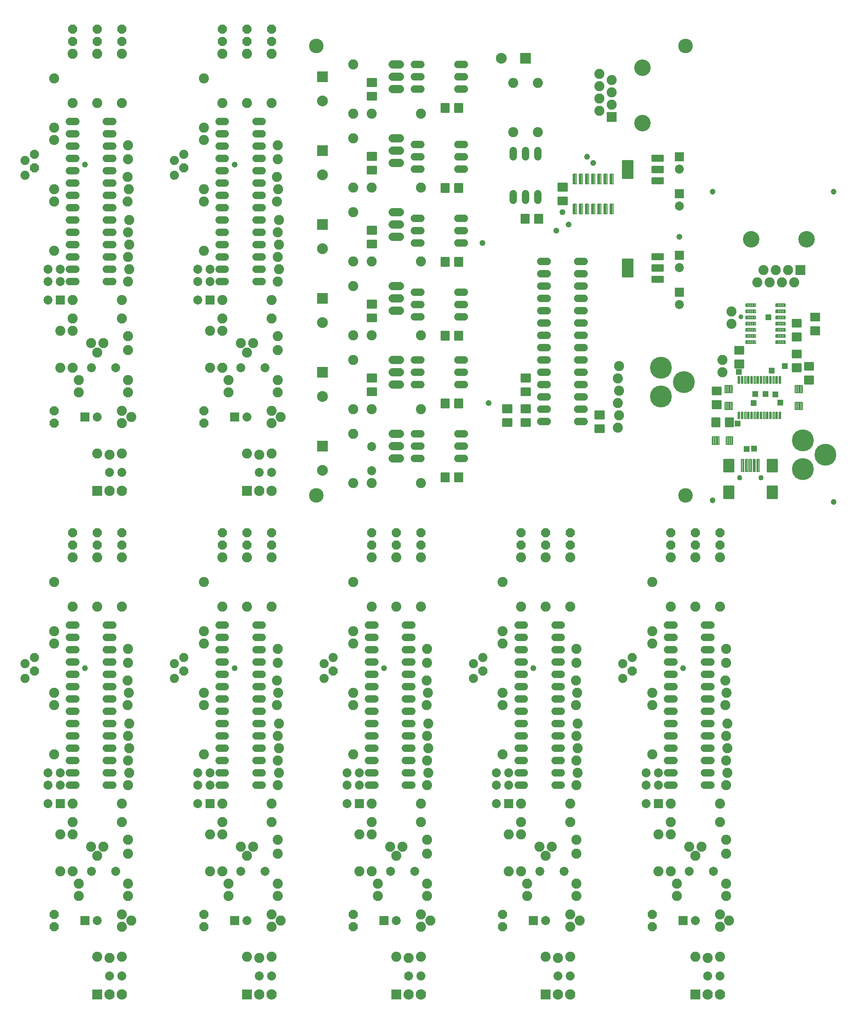
<source format=gts>
G75*
G70*
%OFA0B0*%
%FSLAX25Y25*%
%IPPOS*%
%LPD*%
%AMOC8*
5,1,8,0,0,1.08239X$1,22.5*
%
%ADD110C,0.04340*%
%ADD158C,0.06000*%
%ADD166C,0.08200*%
%ADD173C,0.07400*%
%ADD184OC8,0.07400*%
%ADD186C,0.04800*%
%ADD212R,0.08800X0.08800*%
%ADD223R,0.07300X0.07300*%
%ADD263C,0.04740*%
%ADD28R,0.04760X0.04760*%
%ADD284C,0.06800*%
%ADD286R,0.08200X0.08200*%
%ADD329C,0.11820*%
%ADD340C,0.00850*%
%ADD366C,0.13400*%
%ADD371C,0.00820*%
%ADD44C,0.08400*%
%ADD463C,0.17800*%
%ADD493C,0.00870*%
%ADD539C,0.00840*%
%ADD553C,0.07300*%
%ADD598C,0.00800*%
%ADD600R,0.08400X0.08400*%
%ADD688C,0.03900*%
%ADD74C,0.08800*%
X0020000Y0020000D02*
G75*
%LPD*%
D158*
X0107560Y0203750D02*
X0102360Y0203750D01*
X0102360Y0213750D02*
X0107560Y0213750D01*
X0107560Y0223750D02*
X0102360Y0223750D01*
X0102360Y0233750D02*
X0107560Y0233750D01*
X0107560Y0243750D02*
X0102360Y0243750D01*
X0102360Y0253750D02*
X0107560Y0253750D01*
X0107560Y0263750D02*
X0102360Y0263750D01*
X0102360Y0273750D02*
X0107560Y0273750D01*
X0107560Y0283750D02*
X0102360Y0283750D01*
X0102360Y0293750D02*
X0107560Y0293750D01*
X0107560Y0303750D02*
X0102360Y0303750D01*
X0102360Y0313750D02*
X0107560Y0313750D01*
X0107560Y0323750D02*
X0102360Y0323750D01*
X0102360Y0333750D02*
X0107560Y0333750D01*
X0077560Y0333750D02*
X0072360Y0333750D01*
X0072360Y0323750D02*
X0077560Y0323750D01*
X0077560Y0313750D02*
X0072360Y0313750D01*
X0072360Y0303750D02*
X0077560Y0303750D01*
X0077560Y0293750D02*
X0072360Y0293750D01*
X0072360Y0283750D02*
X0077560Y0283750D01*
X0077560Y0273750D02*
X0072360Y0273750D01*
X0072360Y0263750D02*
X0077560Y0263750D01*
X0077560Y0253750D02*
X0072360Y0253750D01*
X0072360Y0243750D02*
X0077560Y0243750D01*
X0077560Y0233750D02*
X0072360Y0233750D01*
X0072360Y0223750D02*
X0077560Y0223750D01*
X0077560Y0213750D02*
X0072360Y0213750D01*
X0072360Y0203750D02*
X0077560Y0203750D01*
D166*
X0074960Y0188750D03*
X0074960Y0173750D03*
X0074960Y0163750D03*
X0064960Y0163750D03*
X0064960Y0133750D03*
X0074960Y0133750D03*
X0079960Y0123750D03*
X0079960Y0113750D03*
X0089960Y0153750D03*
X0094960Y0146250D03*
X0099960Y0153750D03*
X0114960Y0173750D03*
X0114960Y0188750D03*
X0119960Y0203750D03*
X0120960Y0213750D03*
X0119960Y0223750D03*
X0120960Y0233750D03*
X0119960Y0243750D03*
X0120960Y0253750D03*
X0119460Y0268750D03*
X0120460Y0278750D03*
X0119460Y0288750D03*
X0119960Y0303050D03*
X0119960Y0314450D03*
X0114960Y0348750D03*
X0114960Y0388750D03*
X0094960Y0388750D03*
X0094960Y0348750D03*
X0074960Y0348750D03*
X0074960Y0388750D03*
X0059960Y0368750D03*
X0059960Y0328750D03*
X0059960Y0318750D03*
X0059960Y0278750D03*
X0059960Y0268750D03*
X0059960Y0228750D03*
X0094960Y0064250D03*
X0104960Y0063250D03*
X0114960Y0064250D03*
X0114960Y0088750D03*
X0114960Y0098750D03*
X0119960Y0113750D03*
X0119960Y0123750D03*
X0119960Y0148050D03*
X0119960Y0159450D03*
X0122460Y0093750D03*
D553*
X0109810Y0133750D03*
X0094960Y0093750D03*
X0090120Y0133750D03*
X0104960Y0048750D03*
X0114960Y0048750D03*
X0064960Y0203750D03*
X0064960Y0213750D03*
X0054960Y0213750D03*
X0054960Y0203750D03*
X0054960Y0188750D03*
D223*
X0064960Y0188750D03*
X0084960Y0093750D03*
D600*
X0094960Y0033750D03*
D44*
X0114960Y0033750D03*
X0104960Y0033750D03*
D184*
X0059960Y0088750D03*
X0059960Y0098750D03*
X0043780Y0296250D03*
X0074960Y0398750D03*
X0074960Y0408750D03*
X0094960Y0408750D03*
X0094960Y0398750D03*
X0114960Y0398750D03*
X0114960Y0408750D03*
D173*
X0043780Y0307250D03*
X0036150Y0302250D03*
X0036150Y0290250D03*
D186*
X0084960Y0298750D03*
X0141460Y0020000D02*
G75*
%LPD*%
D158*
X0229020Y0203750D02*
X0223820Y0203750D01*
X0223820Y0213750D02*
X0229020Y0213750D01*
X0229020Y0223750D02*
X0223820Y0223750D01*
X0223820Y0233750D02*
X0229020Y0233750D01*
X0229020Y0243750D02*
X0223820Y0243750D01*
X0223820Y0253750D02*
X0229020Y0253750D01*
X0229020Y0263750D02*
X0223820Y0263750D01*
X0223820Y0273750D02*
X0229020Y0273750D01*
X0229020Y0283750D02*
X0223820Y0283750D01*
X0223820Y0293750D02*
X0229020Y0293750D01*
X0229020Y0303750D02*
X0223820Y0303750D01*
X0223820Y0313750D02*
X0229020Y0313750D01*
X0229020Y0323750D02*
X0223820Y0323750D01*
X0223820Y0333750D02*
X0229020Y0333750D01*
X0199020Y0333750D02*
X0193820Y0333750D01*
X0193820Y0323750D02*
X0199020Y0323750D01*
X0199020Y0313750D02*
X0193820Y0313750D01*
X0193820Y0303750D02*
X0199020Y0303750D01*
X0199020Y0293750D02*
X0193820Y0293750D01*
X0193820Y0283750D02*
X0199020Y0283750D01*
X0199020Y0273750D02*
X0193820Y0273750D01*
X0193820Y0263750D02*
X0199020Y0263750D01*
X0199020Y0253750D02*
X0193820Y0253750D01*
X0193820Y0243750D02*
X0199020Y0243750D01*
X0199020Y0233750D02*
X0193820Y0233750D01*
X0193820Y0223750D02*
X0199020Y0223750D01*
X0199020Y0213750D02*
X0193820Y0213750D01*
X0193820Y0203750D02*
X0199020Y0203750D01*
D166*
X0196420Y0188750D03*
X0196420Y0173750D03*
X0196420Y0163750D03*
X0186420Y0163750D03*
X0186420Y0133750D03*
X0196420Y0133750D03*
X0201420Y0123750D03*
X0201420Y0113750D03*
X0211420Y0153750D03*
X0216420Y0146250D03*
X0221420Y0153750D03*
X0236420Y0173750D03*
X0236420Y0188750D03*
X0241420Y0203750D03*
X0242420Y0213750D03*
X0241420Y0223750D03*
X0242420Y0233750D03*
X0241420Y0243750D03*
X0242420Y0253750D03*
X0240920Y0268750D03*
X0241920Y0278750D03*
X0240920Y0288750D03*
X0241420Y0303050D03*
X0241420Y0314450D03*
X0236420Y0348750D03*
X0236420Y0388750D03*
X0216420Y0388750D03*
X0216420Y0348750D03*
X0196420Y0348750D03*
X0196420Y0388750D03*
X0181420Y0368750D03*
X0181420Y0328750D03*
X0181420Y0318750D03*
X0181420Y0278750D03*
X0181420Y0268750D03*
X0181420Y0228750D03*
X0216420Y0064250D03*
X0226420Y0063250D03*
X0236420Y0064250D03*
X0236420Y0088750D03*
X0236420Y0098750D03*
X0241420Y0113750D03*
X0241420Y0123750D03*
X0241420Y0148050D03*
X0241420Y0159450D03*
X0243920Y0093750D03*
D553*
X0231270Y0133750D03*
X0216420Y0093750D03*
X0211580Y0133750D03*
X0226420Y0048750D03*
X0236420Y0048750D03*
X0186420Y0203750D03*
X0186420Y0213750D03*
X0176420Y0213750D03*
X0176420Y0203750D03*
X0176420Y0188750D03*
D223*
X0186420Y0188750D03*
X0206420Y0093750D03*
D600*
X0216420Y0033750D03*
D44*
X0236420Y0033750D03*
X0226420Y0033750D03*
D184*
X0181420Y0088750D03*
X0181420Y0098750D03*
X0165240Y0296250D03*
X0196420Y0398750D03*
X0196420Y0408750D03*
X0216420Y0408750D03*
X0216420Y0398750D03*
X0236420Y0398750D03*
X0236420Y0408750D03*
D173*
X0165240Y0307250D03*
X0157610Y0302250D03*
X0157610Y0290250D03*
D186*
X0206420Y0298750D03*
X0262920Y0020000D02*
G75*
%LPD*%
D158*
X0350480Y0203750D02*
X0345280Y0203750D01*
X0345280Y0213750D02*
X0350480Y0213750D01*
X0350480Y0223750D02*
X0345280Y0223750D01*
X0345280Y0233750D02*
X0350480Y0233750D01*
X0350480Y0243750D02*
X0345280Y0243750D01*
X0345280Y0253750D02*
X0350480Y0253750D01*
X0350480Y0263750D02*
X0345280Y0263750D01*
X0345280Y0273750D02*
X0350480Y0273750D01*
X0350480Y0283750D02*
X0345280Y0283750D01*
X0345280Y0293750D02*
X0350480Y0293750D01*
X0350480Y0303750D02*
X0345280Y0303750D01*
X0345280Y0313750D02*
X0350480Y0313750D01*
X0350480Y0323750D02*
X0345280Y0323750D01*
X0345280Y0333750D02*
X0350480Y0333750D01*
X0320480Y0333750D02*
X0315280Y0333750D01*
X0315280Y0323750D02*
X0320480Y0323750D01*
X0320480Y0313750D02*
X0315280Y0313750D01*
X0315280Y0303750D02*
X0320480Y0303750D01*
X0320480Y0293750D02*
X0315280Y0293750D01*
X0315280Y0283750D02*
X0320480Y0283750D01*
X0320480Y0273750D02*
X0315280Y0273750D01*
X0315280Y0263750D02*
X0320480Y0263750D01*
X0320480Y0253750D02*
X0315280Y0253750D01*
X0315280Y0243750D02*
X0320480Y0243750D01*
X0320480Y0233750D02*
X0315280Y0233750D01*
X0315280Y0223750D02*
X0320480Y0223750D01*
X0320480Y0213750D02*
X0315280Y0213750D01*
X0315280Y0203750D02*
X0320480Y0203750D01*
D166*
X0317880Y0188750D03*
X0317880Y0173750D03*
X0317880Y0163750D03*
X0307880Y0163750D03*
X0307880Y0133750D03*
X0317880Y0133750D03*
X0322880Y0123750D03*
X0322880Y0113750D03*
X0332880Y0153750D03*
X0337880Y0146250D03*
X0342880Y0153750D03*
X0357880Y0173750D03*
X0357880Y0188750D03*
X0362880Y0203750D03*
X0363880Y0213750D03*
X0362880Y0223750D03*
X0363880Y0233750D03*
X0362880Y0243750D03*
X0363880Y0253750D03*
X0362380Y0268750D03*
X0363380Y0278750D03*
X0362380Y0288750D03*
X0362880Y0303050D03*
X0362880Y0314450D03*
X0357880Y0348750D03*
X0357880Y0388750D03*
X0337880Y0388750D03*
X0337880Y0348750D03*
X0317880Y0348750D03*
X0317880Y0388750D03*
X0302880Y0368750D03*
X0302880Y0328750D03*
X0302880Y0318750D03*
X0302880Y0278750D03*
X0302880Y0268750D03*
X0302880Y0228750D03*
X0337880Y0064250D03*
X0347880Y0063250D03*
X0357880Y0064250D03*
X0357880Y0088750D03*
X0357880Y0098750D03*
X0362880Y0113750D03*
X0362880Y0123750D03*
X0362880Y0148050D03*
X0362880Y0159450D03*
X0365380Y0093750D03*
D553*
X0352730Y0133750D03*
X0337880Y0093750D03*
X0333040Y0133750D03*
X0347880Y0048750D03*
X0357880Y0048750D03*
X0307880Y0203750D03*
X0307880Y0213750D03*
X0297880Y0213750D03*
X0297880Y0203750D03*
X0297880Y0188750D03*
D223*
X0307880Y0188750D03*
X0327880Y0093750D03*
D600*
X0337880Y0033750D03*
D44*
X0357880Y0033750D03*
X0347880Y0033750D03*
D184*
X0302880Y0088750D03*
X0302880Y0098750D03*
X0286700Y0296250D03*
X0317880Y0398750D03*
X0317880Y0408750D03*
X0337880Y0408750D03*
X0337880Y0398750D03*
X0357880Y0398750D03*
X0357880Y0408750D03*
D173*
X0286700Y0307250D03*
X0279070Y0302250D03*
X0279070Y0290250D03*
D186*
X0327880Y0298750D03*
X0384380Y0020000D02*
G75*
%LPD*%
D158*
X0471940Y0203750D02*
X0466740Y0203750D01*
X0466740Y0213750D02*
X0471940Y0213750D01*
X0471940Y0223750D02*
X0466740Y0223750D01*
X0466740Y0233750D02*
X0471940Y0233750D01*
X0471940Y0243750D02*
X0466740Y0243750D01*
X0466740Y0253750D02*
X0471940Y0253750D01*
X0471940Y0263750D02*
X0466740Y0263750D01*
X0466740Y0273750D02*
X0471940Y0273750D01*
X0471940Y0283750D02*
X0466740Y0283750D01*
X0466740Y0293750D02*
X0471940Y0293750D01*
X0471940Y0303750D02*
X0466740Y0303750D01*
X0466740Y0313750D02*
X0471940Y0313750D01*
X0471940Y0323750D02*
X0466740Y0323750D01*
X0466740Y0333750D02*
X0471940Y0333750D01*
X0441940Y0333750D02*
X0436740Y0333750D01*
X0436740Y0323750D02*
X0441940Y0323750D01*
X0441940Y0313750D02*
X0436740Y0313750D01*
X0436740Y0303750D02*
X0441940Y0303750D01*
X0441940Y0293750D02*
X0436740Y0293750D01*
X0436740Y0283750D02*
X0441940Y0283750D01*
X0441940Y0273750D02*
X0436740Y0273750D01*
X0436740Y0263750D02*
X0441940Y0263750D01*
X0441940Y0253750D02*
X0436740Y0253750D01*
X0436740Y0243750D02*
X0441940Y0243750D01*
X0441940Y0233750D02*
X0436740Y0233750D01*
X0436740Y0223750D02*
X0441940Y0223750D01*
X0441940Y0213750D02*
X0436740Y0213750D01*
X0436740Y0203750D02*
X0441940Y0203750D01*
D166*
X0439340Y0188750D03*
X0439340Y0173750D03*
X0439340Y0163750D03*
X0429340Y0163750D03*
X0429340Y0133750D03*
X0439340Y0133750D03*
X0444340Y0123750D03*
X0444340Y0113750D03*
X0454340Y0153750D03*
X0459340Y0146250D03*
X0464340Y0153750D03*
X0479340Y0173750D03*
X0479340Y0188750D03*
X0484340Y0203750D03*
X0485340Y0213750D03*
X0484340Y0223750D03*
X0485340Y0233750D03*
X0484340Y0243750D03*
X0485340Y0253750D03*
X0483840Y0268750D03*
X0484840Y0278750D03*
X0483840Y0288750D03*
X0484340Y0303050D03*
X0484340Y0314450D03*
X0479340Y0348750D03*
X0479340Y0388750D03*
X0459340Y0388750D03*
X0459340Y0348750D03*
X0439340Y0348750D03*
X0439340Y0388750D03*
X0424340Y0368750D03*
X0424340Y0328750D03*
X0424340Y0318750D03*
X0424340Y0278750D03*
X0424340Y0268750D03*
X0424340Y0228750D03*
X0459340Y0064250D03*
X0469340Y0063250D03*
X0479340Y0064250D03*
X0479340Y0088750D03*
X0479340Y0098750D03*
X0484340Y0113750D03*
X0484340Y0123750D03*
X0484340Y0148050D03*
X0484340Y0159450D03*
X0486840Y0093750D03*
D553*
X0474190Y0133750D03*
X0459340Y0093750D03*
X0454500Y0133750D03*
X0469340Y0048750D03*
X0479340Y0048750D03*
X0429340Y0203750D03*
X0429340Y0213750D03*
X0419340Y0213750D03*
X0419340Y0203750D03*
X0419340Y0188750D03*
D223*
X0429340Y0188750D03*
X0449340Y0093750D03*
D600*
X0459340Y0033750D03*
D44*
X0479340Y0033750D03*
X0469340Y0033750D03*
D184*
X0424340Y0088750D03*
X0424340Y0098750D03*
X0408160Y0296250D03*
X0439340Y0398750D03*
X0439340Y0408750D03*
X0459340Y0408750D03*
X0459340Y0398750D03*
X0479340Y0398750D03*
X0479340Y0408750D03*
D173*
X0408160Y0307250D03*
X0400530Y0302250D03*
X0400530Y0290250D03*
D186*
X0449340Y0298750D03*
X0505840Y0020000D02*
G75*
%LPD*%
D158*
X0593400Y0203750D02*
X0588200Y0203750D01*
X0588200Y0213750D02*
X0593400Y0213750D01*
X0593400Y0223750D02*
X0588200Y0223750D01*
X0588200Y0233750D02*
X0593400Y0233750D01*
X0593400Y0243750D02*
X0588200Y0243750D01*
X0588200Y0253750D02*
X0593400Y0253750D01*
X0593400Y0263750D02*
X0588200Y0263750D01*
X0588200Y0273750D02*
X0593400Y0273750D01*
X0593400Y0283750D02*
X0588200Y0283750D01*
X0588200Y0293750D02*
X0593400Y0293750D01*
X0593400Y0303750D02*
X0588200Y0303750D01*
X0588200Y0313750D02*
X0593400Y0313750D01*
X0593400Y0323750D02*
X0588200Y0323750D01*
X0588200Y0333750D02*
X0593400Y0333750D01*
X0563400Y0333750D02*
X0558200Y0333750D01*
X0558200Y0323750D02*
X0563400Y0323750D01*
X0563400Y0313750D02*
X0558200Y0313750D01*
X0558200Y0303750D02*
X0563400Y0303750D01*
X0563400Y0293750D02*
X0558200Y0293750D01*
X0558200Y0283750D02*
X0563400Y0283750D01*
X0563400Y0273750D02*
X0558200Y0273750D01*
X0558200Y0263750D02*
X0563400Y0263750D01*
X0563400Y0253750D02*
X0558200Y0253750D01*
X0558200Y0243750D02*
X0563400Y0243750D01*
X0563400Y0233750D02*
X0558200Y0233750D01*
X0558200Y0223750D02*
X0563400Y0223750D01*
X0563400Y0213750D02*
X0558200Y0213750D01*
X0558200Y0203750D02*
X0563400Y0203750D01*
D166*
X0560800Y0188750D03*
X0560800Y0173750D03*
X0560800Y0163750D03*
X0550800Y0163750D03*
X0550800Y0133750D03*
X0560800Y0133750D03*
X0565800Y0123750D03*
X0565800Y0113750D03*
X0575800Y0153750D03*
X0580800Y0146250D03*
X0585800Y0153750D03*
X0600800Y0173750D03*
X0600800Y0188750D03*
X0605800Y0203750D03*
X0606800Y0213750D03*
X0605800Y0223750D03*
X0606800Y0233750D03*
X0605800Y0243750D03*
X0606800Y0253750D03*
X0605300Y0268750D03*
X0606300Y0278750D03*
X0605300Y0288750D03*
X0605800Y0303050D03*
X0605800Y0314450D03*
X0600800Y0348750D03*
X0600800Y0388750D03*
X0580800Y0388750D03*
X0580800Y0348750D03*
X0560800Y0348750D03*
X0560800Y0388750D03*
X0545800Y0368750D03*
X0545800Y0328750D03*
X0545800Y0318750D03*
X0545800Y0278750D03*
X0545800Y0268750D03*
X0545800Y0228750D03*
X0580800Y0064250D03*
X0590800Y0063250D03*
X0600800Y0064250D03*
X0600800Y0088750D03*
X0600800Y0098750D03*
X0605800Y0113750D03*
X0605800Y0123750D03*
X0605800Y0148050D03*
X0605800Y0159450D03*
X0608300Y0093750D03*
D553*
X0595650Y0133750D03*
X0580800Y0093750D03*
X0575960Y0133750D03*
X0590800Y0048750D03*
X0600800Y0048750D03*
X0550800Y0203750D03*
X0550800Y0213750D03*
X0540800Y0213750D03*
X0540800Y0203750D03*
X0540800Y0188750D03*
D223*
X0550800Y0188750D03*
X0570800Y0093750D03*
D600*
X0580800Y0033750D03*
D44*
X0600800Y0033750D03*
X0590800Y0033750D03*
D184*
X0545800Y0088750D03*
X0545800Y0098750D03*
X0529620Y0296250D03*
X0560800Y0398750D03*
X0560800Y0408750D03*
X0580800Y0408750D03*
X0580800Y0398750D03*
X0600800Y0398750D03*
X0600800Y0408750D03*
D173*
X0529620Y0307250D03*
X0521990Y0302250D03*
X0521990Y0290250D03*
D186*
X0570800Y0298750D03*
X0020000Y0428950D02*
G75*
%LPD*%
D158*
X0107560Y0612700D02*
X0102360Y0612700D01*
X0102360Y0622700D02*
X0107560Y0622700D01*
X0107560Y0632700D02*
X0102360Y0632700D01*
X0102360Y0642700D02*
X0107560Y0642700D01*
X0107560Y0652700D02*
X0102360Y0652700D01*
X0102360Y0662700D02*
X0107560Y0662700D01*
X0107560Y0672700D02*
X0102360Y0672700D01*
X0102360Y0682700D02*
X0107560Y0682700D01*
X0107560Y0692700D02*
X0102360Y0692700D01*
X0102360Y0702700D02*
X0107560Y0702700D01*
X0107560Y0712700D02*
X0102360Y0712700D01*
X0102360Y0722700D02*
X0107560Y0722700D01*
X0107560Y0732700D02*
X0102360Y0732700D01*
X0102360Y0742700D02*
X0107560Y0742700D01*
X0077560Y0742700D02*
X0072360Y0742700D01*
X0072360Y0732700D02*
X0077560Y0732700D01*
X0077560Y0722700D02*
X0072360Y0722700D01*
X0072360Y0712700D02*
X0077560Y0712700D01*
X0077560Y0702700D02*
X0072360Y0702700D01*
X0072360Y0692700D02*
X0077560Y0692700D01*
X0077560Y0682700D02*
X0072360Y0682700D01*
X0072360Y0672700D02*
X0077560Y0672700D01*
X0077560Y0662700D02*
X0072360Y0662700D01*
X0072360Y0652700D02*
X0077560Y0652700D01*
X0077560Y0642700D02*
X0072360Y0642700D01*
X0072360Y0632700D02*
X0077560Y0632700D01*
X0077560Y0622700D02*
X0072360Y0622700D01*
X0072360Y0612700D02*
X0077560Y0612700D01*
D166*
X0074960Y0597700D03*
X0074960Y0582700D03*
X0074960Y0572700D03*
X0064960Y0572700D03*
X0064960Y0542700D03*
X0074960Y0542700D03*
X0079960Y0532700D03*
X0079960Y0522700D03*
X0089960Y0562700D03*
X0094960Y0555200D03*
X0099960Y0562700D03*
X0114960Y0582700D03*
X0114960Y0597700D03*
X0119960Y0612700D03*
X0120960Y0622700D03*
X0119960Y0632700D03*
X0120960Y0642700D03*
X0119960Y0652700D03*
X0120960Y0662700D03*
X0119460Y0677700D03*
X0120460Y0687700D03*
X0119460Y0697700D03*
X0119960Y0712000D03*
X0119960Y0723400D03*
X0114960Y0757700D03*
X0114960Y0797700D03*
X0094960Y0797700D03*
X0094960Y0757700D03*
X0074960Y0757700D03*
X0074960Y0797700D03*
X0059960Y0777700D03*
X0059960Y0737700D03*
X0059960Y0727700D03*
X0059960Y0687700D03*
X0059960Y0677700D03*
X0059960Y0637700D03*
X0094960Y0473200D03*
X0104960Y0472200D03*
X0114960Y0473200D03*
X0114960Y0497700D03*
X0114960Y0507700D03*
X0119960Y0522700D03*
X0119960Y0532700D03*
X0119960Y0557000D03*
X0119960Y0568400D03*
X0122460Y0502700D03*
D553*
X0109810Y0542700D03*
X0094960Y0502700D03*
X0090120Y0542700D03*
X0104960Y0457700D03*
X0114960Y0457700D03*
X0064960Y0612700D03*
X0064960Y0622700D03*
X0054960Y0622700D03*
X0054960Y0612700D03*
X0054960Y0597700D03*
D223*
X0064960Y0597700D03*
X0084960Y0502700D03*
D600*
X0094960Y0442700D03*
D44*
X0114960Y0442700D03*
X0104960Y0442700D03*
D184*
X0059960Y0497700D03*
X0059960Y0507700D03*
X0043780Y0705200D03*
X0074960Y0807700D03*
X0074960Y0817700D03*
X0094960Y0817700D03*
X0094960Y0807700D03*
X0114960Y0807700D03*
X0114960Y0817700D03*
D173*
X0043780Y0716200D03*
X0036150Y0711200D03*
X0036150Y0699200D03*
D186*
X0084960Y0707700D03*
X0141460Y0428950D02*
G75*
%LPD*%
D158*
X0229020Y0612700D02*
X0223820Y0612700D01*
X0223820Y0622700D02*
X0229020Y0622700D01*
X0229020Y0632700D02*
X0223820Y0632700D01*
X0223820Y0642700D02*
X0229020Y0642700D01*
X0229020Y0652700D02*
X0223820Y0652700D01*
X0223820Y0662700D02*
X0229020Y0662700D01*
X0229020Y0672700D02*
X0223820Y0672700D01*
X0223820Y0682700D02*
X0229020Y0682700D01*
X0229020Y0692700D02*
X0223820Y0692700D01*
X0223820Y0702700D02*
X0229020Y0702700D01*
X0229020Y0712700D02*
X0223820Y0712700D01*
X0223820Y0722700D02*
X0229020Y0722700D01*
X0229020Y0732700D02*
X0223820Y0732700D01*
X0223820Y0742700D02*
X0229020Y0742700D01*
X0199020Y0742700D02*
X0193820Y0742700D01*
X0193820Y0732700D02*
X0199020Y0732700D01*
X0199020Y0722700D02*
X0193820Y0722700D01*
X0193820Y0712700D02*
X0199020Y0712700D01*
X0199020Y0702700D02*
X0193820Y0702700D01*
X0193820Y0692700D02*
X0199020Y0692700D01*
X0199020Y0682700D02*
X0193820Y0682700D01*
X0193820Y0672700D02*
X0199020Y0672700D01*
X0199020Y0662700D02*
X0193820Y0662700D01*
X0193820Y0652700D02*
X0199020Y0652700D01*
X0199020Y0642700D02*
X0193820Y0642700D01*
X0193820Y0632700D02*
X0199020Y0632700D01*
X0199020Y0622700D02*
X0193820Y0622700D01*
X0193820Y0612700D02*
X0199020Y0612700D01*
D166*
X0196420Y0597700D03*
X0196420Y0582700D03*
X0196420Y0572700D03*
X0186420Y0572700D03*
X0186420Y0542700D03*
X0196420Y0542700D03*
X0201420Y0532700D03*
X0201420Y0522700D03*
X0211420Y0562700D03*
X0216420Y0555200D03*
X0221420Y0562700D03*
X0236420Y0582700D03*
X0236420Y0597700D03*
X0241420Y0612700D03*
X0242420Y0622700D03*
X0241420Y0632700D03*
X0242420Y0642700D03*
X0241420Y0652700D03*
X0242420Y0662700D03*
X0240920Y0677700D03*
X0241920Y0687700D03*
X0240920Y0697700D03*
X0241420Y0712000D03*
X0241420Y0723400D03*
X0236420Y0757700D03*
X0236420Y0797700D03*
X0216420Y0797700D03*
X0216420Y0757700D03*
X0196420Y0757700D03*
X0196420Y0797700D03*
X0181420Y0777700D03*
X0181420Y0737700D03*
X0181420Y0727700D03*
X0181420Y0687700D03*
X0181420Y0677700D03*
X0181420Y0637700D03*
X0216420Y0473200D03*
X0226420Y0472200D03*
X0236420Y0473200D03*
X0236420Y0497700D03*
X0236420Y0507700D03*
X0241420Y0522700D03*
X0241420Y0532700D03*
X0241420Y0557000D03*
X0241420Y0568400D03*
X0243920Y0502700D03*
D553*
X0231270Y0542700D03*
X0216420Y0502700D03*
X0211580Y0542700D03*
X0226420Y0457700D03*
X0236420Y0457700D03*
X0186420Y0612700D03*
X0186420Y0622700D03*
X0176420Y0622700D03*
X0176420Y0612700D03*
X0176420Y0597700D03*
D223*
X0186420Y0597700D03*
X0206420Y0502700D03*
D600*
X0216420Y0442700D03*
D44*
X0236420Y0442700D03*
X0226420Y0442700D03*
D184*
X0181420Y0497700D03*
X0181420Y0507700D03*
X0165240Y0705200D03*
X0196420Y0807700D03*
X0196420Y0817700D03*
X0216420Y0817700D03*
X0216420Y0807700D03*
X0236420Y0807700D03*
X0236420Y0817700D03*
D173*
X0165240Y0716200D03*
X0157610Y0711200D03*
X0157610Y0699200D03*
D186*
X0206420Y0707700D03*
X0262920Y0428950D02*
G75*
%LPD*%
D329*
X0572880Y0438950D03*
X0272880Y0438950D03*
X0272880Y0803950D03*
X0572880Y0803950D03*
D371*
X0514170Y0692060D02*
X0511590Y0692060D01*
X0511590Y0700040D01*
X0514170Y0700040D01*
X0514170Y0692060D01*
X0513360Y0692060D02*
X0513360Y0700040D01*
X0512550Y0700040D02*
X0512550Y0692060D01*
X0511740Y0692060D02*
X0511740Y0700040D01*
X0509170Y0692060D02*
X0506590Y0692060D01*
X0506590Y0700040D01*
X0509170Y0700040D01*
X0509170Y0692060D01*
X0508360Y0692060D02*
X0508360Y0700040D01*
X0507550Y0700040D02*
X0507550Y0692060D01*
X0506740Y0692060D02*
X0506740Y0700040D01*
X0504170Y0692060D02*
X0501590Y0692060D01*
X0501590Y0700040D01*
X0504170Y0700040D01*
X0504170Y0692060D01*
X0503360Y0692060D02*
X0503360Y0700040D01*
X0502550Y0700040D02*
X0502550Y0692060D01*
X0501740Y0692060D02*
X0501740Y0700040D01*
X0499170Y0692060D02*
X0496590Y0692060D01*
X0496590Y0700040D01*
X0499170Y0700040D01*
X0499170Y0692060D01*
X0498360Y0692060D02*
X0498360Y0700040D01*
X0497550Y0700040D02*
X0497550Y0692060D01*
X0496740Y0692060D02*
X0496740Y0700040D01*
X0494170Y0692060D02*
X0491590Y0692060D01*
X0491590Y0700040D01*
X0494170Y0700040D01*
X0494170Y0692060D01*
X0493360Y0692060D02*
X0493360Y0700040D01*
X0492550Y0700040D02*
X0492550Y0692060D01*
X0491740Y0692060D02*
X0491740Y0700040D01*
X0489170Y0692060D02*
X0486590Y0692060D01*
X0486590Y0700040D01*
X0489170Y0700040D01*
X0489170Y0692060D01*
X0488360Y0692060D02*
X0488360Y0700040D01*
X0487550Y0700040D02*
X0487550Y0692060D01*
X0486740Y0692060D02*
X0486740Y0700040D01*
X0484170Y0692060D02*
X0481590Y0692060D01*
X0481590Y0700040D01*
X0484170Y0700040D01*
X0484170Y0692060D01*
X0483360Y0692060D02*
X0483360Y0700040D01*
X0482550Y0700040D02*
X0482550Y0692060D01*
X0481740Y0692060D02*
X0481740Y0700040D01*
X0481590Y0667860D02*
X0484170Y0667860D01*
X0481590Y0667860D02*
X0481590Y0675840D01*
X0484170Y0675840D01*
X0484170Y0667860D01*
X0483360Y0667860D02*
X0483360Y0675840D01*
X0482550Y0675840D02*
X0482550Y0667860D01*
X0481740Y0667860D02*
X0481740Y0675840D01*
X0486590Y0667860D02*
X0489170Y0667860D01*
X0486590Y0667860D02*
X0486590Y0675840D01*
X0489170Y0675840D01*
X0489170Y0667860D01*
X0488360Y0667860D02*
X0488360Y0675840D01*
X0487550Y0675840D02*
X0487550Y0667860D01*
X0486740Y0667860D02*
X0486740Y0675840D01*
X0491590Y0667860D02*
X0494170Y0667860D01*
X0491590Y0667860D02*
X0491590Y0675840D01*
X0494170Y0675840D01*
X0494170Y0667860D01*
X0493360Y0667860D02*
X0493360Y0675840D01*
X0492550Y0675840D02*
X0492550Y0667860D01*
X0491740Y0667860D02*
X0491740Y0675840D01*
X0496590Y0667860D02*
X0499170Y0667860D01*
X0496590Y0667860D02*
X0496590Y0675840D01*
X0499170Y0675840D01*
X0499170Y0667860D01*
X0498360Y0667860D02*
X0498360Y0675840D01*
X0497550Y0675840D02*
X0497550Y0667860D01*
X0496740Y0667860D02*
X0496740Y0675840D01*
X0501590Y0667860D02*
X0504170Y0667860D01*
X0501590Y0667860D02*
X0501590Y0675840D01*
X0504170Y0675840D01*
X0504170Y0667860D01*
X0503360Y0667860D02*
X0503360Y0675840D01*
X0502550Y0675840D02*
X0502550Y0667860D01*
X0501740Y0667860D02*
X0501740Y0675840D01*
X0506590Y0667860D02*
X0509170Y0667860D01*
X0506590Y0667860D02*
X0506590Y0675840D01*
X0509170Y0675840D01*
X0509170Y0667860D01*
X0508360Y0667860D02*
X0508360Y0675840D01*
X0507550Y0675840D02*
X0507550Y0667860D01*
X0506740Y0667860D02*
X0506740Y0675840D01*
X0511590Y0667860D02*
X0514170Y0667860D01*
X0511590Y0667860D02*
X0511590Y0675840D01*
X0514170Y0675840D01*
X0514170Y0667860D01*
X0513360Y0667860D02*
X0513360Y0675840D01*
X0512550Y0675840D02*
X0512550Y0667860D01*
X0511740Y0667860D02*
X0511740Y0675840D01*
D158*
X0490480Y0628950D02*
X0485280Y0628950D01*
X0485280Y0618950D02*
X0490480Y0618950D01*
X0490480Y0608950D02*
X0485280Y0608950D01*
X0485280Y0598950D02*
X0490480Y0598950D01*
X0490480Y0588950D02*
X0485280Y0588950D01*
X0485280Y0578950D02*
X0490480Y0578950D01*
X0490480Y0568950D02*
X0485280Y0568950D01*
X0485280Y0558950D02*
X0490480Y0558950D01*
X0490480Y0548950D02*
X0485280Y0548950D01*
X0485280Y0538950D02*
X0490480Y0538950D01*
X0490480Y0528950D02*
X0485280Y0528950D01*
X0485280Y0518950D02*
X0490480Y0518950D01*
X0490480Y0508950D02*
X0485280Y0508950D01*
X0485280Y0498950D02*
X0490480Y0498950D01*
X0460480Y0498950D02*
X0455280Y0498950D01*
X0455280Y0508950D02*
X0460480Y0508950D01*
X0460480Y0518950D02*
X0455280Y0518950D01*
X0455280Y0528950D02*
X0460480Y0528950D01*
X0460480Y0538950D02*
X0455280Y0538950D01*
X0455280Y0548950D02*
X0460480Y0548950D01*
X0460480Y0558950D02*
X0455280Y0558950D01*
X0455280Y0568950D02*
X0460480Y0568950D01*
X0460480Y0578950D02*
X0455280Y0578950D01*
X0455280Y0588950D02*
X0460480Y0588950D01*
X0460480Y0598950D02*
X0455280Y0598950D01*
X0455280Y0608950D02*
X0460480Y0608950D01*
X0460480Y0618950D02*
X0455280Y0618950D01*
X0455280Y0628950D02*
X0460480Y0628950D01*
X0452880Y0678750D02*
X0452880Y0683950D01*
X0442880Y0683950D02*
X0442880Y0678750D01*
X0432880Y0678750D02*
X0432880Y0683950D01*
X0432880Y0713950D02*
X0432880Y0719150D01*
X0442880Y0719150D02*
X0442880Y0713950D01*
X0452880Y0713950D02*
X0452880Y0719150D01*
X0393080Y0723950D02*
X0387880Y0723950D01*
X0387880Y0713950D02*
X0393080Y0713950D01*
X0393080Y0703950D02*
X0387880Y0703950D01*
X0357880Y0703950D02*
X0352680Y0703950D01*
X0352680Y0713950D02*
X0357880Y0713950D01*
X0357880Y0723950D02*
X0352680Y0723950D01*
X0352680Y0768950D02*
X0357880Y0768950D01*
X0357880Y0778950D02*
X0352680Y0778950D01*
X0352680Y0788950D02*
X0357880Y0788950D01*
X0387880Y0788950D02*
X0393080Y0788950D01*
X0393080Y0778950D02*
X0387880Y0778950D01*
X0387880Y0768950D02*
X0393080Y0768950D01*
X0393080Y0663950D02*
X0387880Y0663950D01*
X0387880Y0653950D02*
X0393080Y0653950D01*
X0393080Y0643950D02*
X0387880Y0643950D01*
X0357880Y0643950D02*
X0352680Y0643950D01*
X0352680Y0653950D02*
X0357880Y0653950D01*
X0357880Y0663950D02*
X0352680Y0663950D01*
X0352680Y0603950D02*
X0357880Y0603950D01*
X0357880Y0593950D02*
X0352680Y0593950D01*
X0352680Y0583950D02*
X0357880Y0583950D01*
X0387880Y0583950D02*
X0393080Y0583950D01*
X0393080Y0593950D02*
X0387880Y0593950D01*
X0387880Y0603950D02*
X0393080Y0603950D01*
X0393080Y0548950D02*
X0387880Y0548950D01*
X0387880Y0538950D02*
X0393080Y0538950D01*
X0393080Y0528950D02*
X0387880Y0528950D01*
X0357880Y0528950D02*
X0352680Y0528950D01*
X0352680Y0538950D02*
X0357880Y0538950D01*
X0357880Y0548950D02*
X0352680Y0548950D01*
X0352680Y0488950D02*
X0357880Y0488950D01*
X0357880Y0478950D02*
X0352680Y0478950D01*
X0352680Y0468950D02*
X0357880Y0468950D01*
X0387880Y0468950D02*
X0393080Y0468950D01*
X0393080Y0478950D02*
X0387880Y0478950D01*
X0387880Y0488950D02*
X0393080Y0488950D01*
D166*
X0357880Y0508950D03*
X0317880Y0508950D03*
X0302880Y0508950D03*
X0302880Y0488950D03*
X0302880Y0448950D03*
X0317880Y0448950D03*
X0357880Y0448950D03*
X0302880Y0548950D03*
X0302880Y0568950D03*
X0317880Y0568950D03*
X0302880Y0608950D03*
X0302880Y0628950D03*
X0317880Y0628950D03*
X0302880Y0668950D03*
X0302880Y0688950D03*
X0317880Y0688950D03*
X0302880Y0728950D03*
X0302880Y0748950D03*
X0317880Y0748950D03*
X0302880Y0788950D03*
X0357880Y0748950D03*
X0357880Y0688950D03*
X0357880Y0628950D03*
X0357880Y0568950D03*
X0432880Y0733950D03*
X0452880Y0733950D03*
X0452880Y0773950D03*
X0432880Y0773950D03*
X0502880Y0771450D03*
X0502880Y0781450D03*
X0512880Y0776450D03*
X0512880Y0766450D03*
X0512880Y0756450D03*
X0502880Y0761450D03*
X0502880Y0751450D03*
X0518880Y0543950D03*
X0517880Y0533950D03*
X0518880Y0523950D03*
X0517880Y0513950D03*
X0518880Y0503950D03*
X0517880Y0493950D03*
D340*
X0506400Y0496560D02*
X0506400Y0490300D01*
X0499360Y0490300D01*
X0499360Y0496560D01*
X0506400Y0496560D01*
X0505560Y0496560D02*
X0505560Y0490300D01*
X0504720Y0490300D02*
X0504720Y0496560D01*
X0503880Y0496560D02*
X0503880Y0490300D01*
X0503040Y0490300D02*
X0503040Y0496560D01*
X0502200Y0496560D02*
X0502200Y0490300D01*
X0501360Y0490300D02*
X0501360Y0496560D01*
X0500520Y0496560D02*
X0500520Y0490300D01*
X0499680Y0490300D02*
X0499680Y0496560D01*
X0506400Y0501330D02*
X0506400Y0507590D01*
X0506400Y0501330D02*
X0499360Y0501330D01*
X0499360Y0507590D01*
X0506400Y0507590D01*
X0505560Y0507590D02*
X0505560Y0501330D01*
X0504720Y0501330D02*
X0504720Y0507590D01*
X0503880Y0507590D02*
X0503880Y0501330D01*
X0503040Y0501330D02*
X0503040Y0507590D01*
X0502200Y0507590D02*
X0502200Y0501330D01*
X0501360Y0501330D02*
X0501360Y0507590D01*
X0500520Y0507590D02*
X0500520Y0501330D01*
X0499680Y0501330D02*
X0499680Y0507590D01*
X0446400Y0506330D02*
X0446400Y0512590D01*
X0446400Y0506330D02*
X0439360Y0506330D01*
X0439360Y0512590D01*
X0446400Y0512590D01*
X0445560Y0512590D02*
X0445560Y0506330D01*
X0444720Y0506330D02*
X0444720Y0512590D01*
X0443880Y0512590D02*
X0443880Y0506330D01*
X0443040Y0506330D02*
X0443040Y0512590D01*
X0442200Y0512590D02*
X0442200Y0506330D01*
X0441360Y0506330D02*
X0441360Y0512590D01*
X0440520Y0512590D02*
X0440520Y0506330D01*
X0439680Y0506330D02*
X0439680Y0512590D01*
X0446400Y0520300D02*
X0446400Y0526560D01*
X0446400Y0520300D02*
X0439360Y0520300D01*
X0439360Y0526560D01*
X0446400Y0526560D01*
X0445560Y0526560D02*
X0445560Y0520300D01*
X0444720Y0520300D02*
X0444720Y0526560D01*
X0443880Y0526560D02*
X0443880Y0520300D01*
X0443040Y0520300D02*
X0443040Y0526560D01*
X0442200Y0526560D02*
X0442200Y0520300D01*
X0441360Y0520300D02*
X0441360Y0526560D01*
X0440520Y0526560D02*
X0440520Y0520300D01*
X0439680Y0520300D02*
X0439680Y0526560D01*
X0446400Y0531330D02*
X0446400Y0537590D01*
X0446400Y0531330D02*
X0439360Y0531330D01*
X0439360Y0537590D01*
X0446400Y0537590D01*
X0445560Y0537590D02*
X0445560Y0531330D01*
X0444720Y0531330D02*
X0444720Y0537590D01*
X0443880Y0537590D02*
X0443880Y0531330D01*
X0443040Y0531330D02*
X0443040Y0537590D01*
X0442200Y0537590D02*
X0442200Y0531330D01*
X0441360Y0531330D02*
X0441360Y0537590D01*
X0440520Y0537590D02*
X0440520Y0531330D01*
X0439680Y0531330D02*
X0439680Y0537590D01*
X0431400Y0512590D02*
X0431400Y0506330D01*
X0424360Y0506330D01*
X0424360Y0512590D01*
X0431400Y0512590D01*
X0430560Y0512590D02*
X0430560Y0506330D01*
X0429720Y0506330D02*
X0429720Y0512590D01*
X0428880Y0512590D02*
X0428880Y0506330D01*
X0428040Y0506330D02*
X0428040Y0512590D01*
X0427200Y0512590D02*
X0427200Y0506330D01*
X0426360Y0506330D02*
X0426360Y0512590D01*
X0425520Y0512590D02*
X0425520Y0506330D01*
X0424680Y0506330D02*
X0424680Y0512590D01*
X0431400Y0501560D02*
X0431400Y0495300D01*
X0424360Y0495300D01*
X0424360Y0501560D01*
X0431400Y0501560D01*
X0430560Y0501560D02*
X0430560Y0495300D01*
X0429720Y0495300D02*
X0429720Y0501560D01*
X0428880Y0501560D02*
X0428880Y0495300D01*
X0428040Y0495300D02*
X0428040Y0501560D01*
X0427200Y0501560D02*
X0427200Y0495300D01*
X0426360Y0495300D02*
X0426360Y0501560D01*
X0425520Y0501560D02*
X0425520Y0495300D01*
X0424680Y0495300D02*
X0424680Y0501560D01*
X0446400Y0501560D02*
X0446400Y0495300D01*
X0439360Y0495300D01*
X0439360Y0501560D01*
X0446400Y0501560D01*
X0445560Y0501560D02*
X0445560Y0495300D01*
X0444720Y0495300D02*
X0444720Y0501560D01*
X0443880Y0501560D02*
X0443880Y0495300D01*
X0443040Y0495300D02*
X0443040Y0501560D01*
X0442200Y0501560D02*
X0442200Y0495300D01*
X0441360Y0495300D02*
X0441360Y0501560D01*
X0440520Y0501560D02*
X0440520Y0495300D01*
X0439680Y0495300D02*
X0439680Y0501560D01*
X0391520Y0517470D02*
X0385260Y0517470D01*
X0391520Y0517470D02*
X0391520Y0510430D01*
X0385260Y0510430D01*
X0385260Y0517470D01*
X0390680Y0517470D02*
X0390680Y0510430D01*
X0389840Y0510430D02*
X0389840Y0517470D01*
X0389000Y0517470D02*
X0389000Y0510430D01*
X0388160Y0510430D02*
X0388160Y0517470D01*
X0387320Y0517470D02*
X0387320Y0510430D01*
X0386480Y0510430D02*
X0386480Y0517470D01*
X0385640Y0517470D02*
X0385640Y0510430D01*
X0380500Y0517470D02*
X0374240Y0517470D01*
X0380500Y0517470D02*
X0380500Y0510430D01*
X0374240Y0510430D01*
X0374240Y0517470D01*
X0379660Y0517470D02*
X0379660Y0510430D01*
X0378820Y0510430D02*
X0378820Y0517470D01*
X0377980Y0517470D02*
X0377980Y0510430D01*
X0377140Y0510430D02*
X0377140Y0517470D01*
X0376300Y0517470D02*
X0376300Y0510430D01*
X0375460Y0510430D02*
X0375460Y0517470D01*
X0374620Y0517470D02*
X0374620Y0510430D01*
X0374240Y0457470D02*
X0380500Y0457470D01*
X0380500Y0450430D01*
X0374240Y0450430D01*
X0374240Y0457470D01*
X0379660Y0457470D02*
X0379660Y0450430D01*
X0378820Y0450430D02*
X0378820Y0457470D01*
X0377980Y0457470D02*
X0377980Y0450430D01*
X0377140Y0450430D02*
X0377140Y0457470D01*
X0376300Y0457470D02*
X0376300Y0450430D01*
X0375460Y0450430D02*
X0375460Y0457470D01*
X0374620Y0457470D02*
X0374620Y0450430D01*
X0385260Y0457470D02*
X0391520Y0457470D01*
X0391520Y0450430D01*
X0385260Y0450430D01*
X0385260Y0457470D01*
X0390680Y0457470D02*
X0390680Y0450430D01*
X0389840Y0450430D02*
X0389840Y0457470D01*
X0389000Y0457470D02*
X0389000Y0450430D01*
X0388160Y0450430D02*
X0388160Y0457470D01*
X0387320Y0457470D02*
X0387320Y0450430D01*
X0386480Y0450430D02*
X0386480Y0457470D01*
X0385640Y0457470D02*
X0385640Y0450430D01*
X0321400Y0520300D02*
X0321400Y0526560D01*
X0321400Y0520300D02*
X0314360Y0520300D01*
X0314360Y0526560D01*
X0321400Y0526560D01*
X0320560Y0526560D02*
X0320560Y0520300D01*
X0319720Y0520300D02*
X0319720Y0526560D01*
X0318880Y0526560D02*
X0318880Y0520300D01*
X0318040Y0520300D02*
X0318040Y0526560D01*
X0317200Y0526560D02*
X0317200Y0520300D01*
X0316360Y0520300D02*
X0316360Y0526560D01*
X0315520Y0526560D02*
X0315520Y0520300D01*
X0314680Y0520300D02*
X0314680Y0526560D01*
X0321400Y0531330D02*
X0321400Y0537590D01*
X0321400Y0531330D02*
X0314360Y0531330D01*
X0314360Y0537590D01*
X0321400Y0537590D01*
X0320560Y0537590D02*
X0320560Y0531330D01*
X0319720Y0531330D02*
X0319720Y0537590D01*
X0318880Y0537590D02*
X0318880Y0531330D01*
X0318040Y0531330D02*
X0318040Y0537590D01*
X0317200Y0537590D02*
X0317200Y0531330D01*
X0316360Y0531330D02*
X0316360Y0537590D01*
X0315520Y0537590D02*
X0315520Y0531330D01*
X0314680Y0531330D02*
X0314680Y0537590D01*
X0321400Y0580300D02*
X0321400Y0586560D01*
X0321400Y0580300D02*
X0314360Y0580300D01*
X0314360Y0586560D01*
X0321400Y0586560D01*
X0320560Y0586560D02*
X0320560Y0580300D01*
X0319720Y0580300D02*
X0319720Y0586560D01*
X0318880Y0586560D02*
X0318880Y0580300D01*
X0318040Y0580300D02*
X0318040Y0586560D01*
X0317200Y0586560D02*
X0317200Y0580300D01*
X0316360Y0580300D02*
X0316360Y0586560D01*
X0315520Y0586560D02*
X0315520Y0580300D01*
X0314680Y0580300D02*
X0314680Y0586560D01*
X0321400Y0591330D02*
X0321400Y0597590D01*
X0321400Y0591330D02*
X0314360Y0591330D01*
X0314360Y0597590D01*
X0321400Y0597590D01*
X0320560Y0597590D02*
X0320560Y0591330D01*
X0319720Y0591330D02*
X0319720Y0597590D01*
X0318880Y0597590D02*
X0318880Y0591330D01*
X0318040Y0591330D02*
X0318040Y0597590D01*
X0317200Y0597590D02*
X0317200Y0591330D01*
X0316360Y0591330D02*
X0316360Y0597590D01*
X0315520Y0597590D02*
X0315520Y0591330D01*
X0314680Y0591330D02*
X0314680Y0597590D01*
X0321400Y0640300D02*
X0321400Y0646560D01*
X0321400Y0640300D02*
X0314360Y0640300D01*
X0314360Y0646560D01*
X0321400Y0646560D01*
X0320560Y0646560D02*
X0320560Y0640300D01*
X0319720Y0640300D02*
X0319720Y0646560D01*
X0318880Y0646560D02*
X0318880Y0640300D01*
X0318040Y0640300D02*
X0318040Y0646560D01*
X0317200Y0646560D02*
X0317200Y0640300D01*
X0316360Y0640300D02*
X0316360Y0646560D01*
X0315520Y0646560D02*
X0315520Y0640300D01*
X0314680Y0640300D02*
X0314680Y0646560D01*
X0321400Y0651330D02*
X0321400Y0657590D01*
X0321400Y0651330D02*
X0314360Y0651330D01*
X0314360Y0657590D01*
X0321400Y0657590D01*
X0320560Y0657590D02*
X0320560Y0651330D01*
X0319720Y0651330D02*
X0319720Y0657590D01*
X0318880Y0657590D02*
X0318880Y0651330D01*
X0318040Y0651330D02*
X0318040Y0657590D01*
X0317200Y0657590D02*
X0317200Y0651330D01*
X0316360Y0651330D02*
X0316360Y0657590D01*
X0315520Y0657590D02*
X0315520Y0651330D01*
X0314680Y0651330D02*
X0314680Y0657590D01*
X0321400Y0700300D02*
X0321400Y0706560D01*
X0321400Y0700300D02*
X0314360Y0700300D01*
X0314360Y0706560D01*
X0321400Y0706560D01*
X0320560Y0706560D02*
X0320560Y0700300D01*
X0319720Y0700300D02*
X0319720Y0706560D01*
X0318880Y0706560D02*
X0318880Y0700300D01*
X0318040Y0700300D02*
X0318040Y0706560D01*
X0317200Y0706560D02*
X0317200Y0700300D01*
X0316360Y0700300D02*
X0316360Y0706560D01*
X0315520Y0706560D02*
X0315520Y0700300D01*
X0314680Y0700300D02*
X0314680Y0706560D01*
X0321400Y0711330D02*
X0321400Y0717590D01*
X0321400Y0711330D02*
X0314360Y0711330D01*
X0314360Y0717590D01*
X0321400Y0717590D01*
X0320560Y0717590D02*
X0320560Y0711330D01*
X0319720Y0711330D02*
X0319720Y0717590D01*
X0318880Y0717590D02*
X0318880Y0711330D01*
X0318040Y0711330D02*
X0318040Y0717590D01*
X0317200Y0717590D02*
X0317200Y0711330D01*
X0316360Y0711330D02*
X0316360Y0717590D01*
X0315520Y0717590D02*
X0315520Y0711330D01*
X0314680Y0711330D02*
X0314680Y0717590D01*
X0321400Y0760300D02*
X0321400Y0766560D01*
X0321400Y0760300D02*
X0314360Y0760300D01*
X0314360Y0766560D01*
X0321400Y0766560D01*
X0320560Y0766560D02*
X0320560Y0760300D01*
X0319720Y0760300D02*
X0319720Y0766560D01*
X0318880Y0766560D02*
X0318880Y0760300D01*
X0318040Y0760300D02*
X0318040Y0766560D01*
X0317200Y0766560D02*
X0317200Y0760300D01*
X0316360Y0760300D02*
X0316360Y0766560D01*
X0315520Y0766560D02*
X0315520Y0760300D01*
X0314680Y0760300D02*
X0314680Y0766560D01*
X0321400Y0771330D02*
X0321400Y0777590D01*
X0321400Y0771330D02*
X0314360Y0771330D01*
X0314360Y0777590D01*
X0321400Y0777590D01*
X0320560Y0777590D02*
X0320560Y0771330D01*
X0319720Y0771330D02*
X0319720Y0777590D01*
X0318880Y0777590D02*
X0318880Y0771330D01*
X0318040Y0771330D02*
X0318040Y0777590D01*
X0317200Y0777590D02*
X0317200Y0771330D01*
X0316360Y0771330D02*
X0316360Y0777590D01*
X0315520Y0777590D02*
X0315520Y0771330D01*
X0314680Y0771330D02*
X0314680Y0777590D01*
X0374240Y0757470D02*
X0380500Y0757470D01*
X0380500Y0750430D01*
X0374240Y0750430D01*
X0374240Y0757470D01*
X0379660Y0757470D02*
X0379660Y0750430D01*
X0378820Y0750430D02*
X0378820Y0757470D01*
X0377980Y0757470D02*
X0377980Y0750430D01*
X0377140Y0750430D02*
X0377140Y0757470D01*
X0376300Y0757470D02*
X0376300Y0750430D01*
X0375460Y0750430D02*
X0375460Y0757470D01*
X0374620Y0757470D02*
X0374620Y0750430D01*
X0385260Y0757470D02*
X0391520Y0757470D01*
X0391520Y0750430D01*
X0385260Y0750430D01*
X0385260Y0757470D01*
X0390680Y0757470D02*
X0390680Y0750430D01*
X0389840Y0750430D02*
X0389840Y0757470D01*
X0389000Y0757470D02*
X0389000Y0750430D01*
X0388160Y0750430D02*
X0388160Y0757470D01*
X0387320Y0757470D02*
X0387320Y0750430D01*
X0386480Y0750430D02*
X0386480Y0757470D01*
X0385640Y0757470D02*
X0385640Y0750430D01*
X0385260Y0692470D02*
X0391520Y0692470D01*
X0391520Y0685430D01*
X0385260Y0685430D01*
X0385260Y0692470D01*
X0390680Y0692470D02*
X0390680Y0685430D01*
X0389840Y0685430D02*
X0389840Y0692470D01*
X0389000Y0692470D02*
X0389000Y0685430D01*
X0388160Y0685430D02*
X0388160Y0692470D01*
X0387320Y0692470D02*
X0387320Y0685430D01*
X0386480Y0685430D02*
X0386480Y0692470D01*
X0385640Y0692470D02*
X0385640Y0685430D01*
X0380500Y0692470D02*
X0374240Y0692470D01*
X0380500Y0692470D02*
X0380500Y0685430D01*
X0374240Y0685430D01*
X0374240Y0692470D01*
X0379660Y0692470D02*
X0379660Y0685430D01*
X0378820Y0685430D02*
X0378820Y0692470D01*
X0377980Y0692470D02*
X0377980Y0685430D01*
X0377140Y0685430D02*
X0377140Y0692470D01*
X0376300Y0692470D02*
X0376300Y0685430D01*
X0375460Y0685430D02*
X0375460Y0692470D01*
X0374620Y0692470D02*
X0374620Y0685430D01*
X0374240Y0632470D02*
X0380500Y0632470D01*
X0380500Y0625430D01*
X0374240Y0625430D01*
X0374240Y0632470D01*
X0379660Y0632470D02*
X0379660Y0625430D01*
X0378820Y0625430D02*
X0378820Y0632470D01*
X0377980Y0632470D02*
X0377980Y0625430D01*
X0377140Y0625430D02*
X0377140Y0632470D01*
X0376300Y0632470D02*
X0376300Y0625430D01*
X0375460Y0625430D02*
X0375460Y0632470D01*
X0374620Y0632470D02*
X0374620Y0625430D01*
X0385260Y0632470D02*
X0391520Y0632470D01*
X0391520Y0625430D01*
X0385260Y0625430D01*
X0385260Y0632470D01*
X0390680Y0632470D02*
X0390680Y0625430D01*
X0389840Y0625430D02*
X0389840Y0632470D01*
X0389000Y0632470D02*
X0389000Y0625430D01*
X0388160Y0625430D02*
X0388160Y0632470D01*
X0387320Y0632470D02*
X0387320Y0625430D01*
X0386480Y0625430D02*
X0386480Y0632470D01*
X0385640Y0632470D02*
X0385640Y0625430D01*
X0385260Y0572470D02*
X0391520Y0572470D01*
X0391520Y0565430D01*
X0385260Y0565430D01*
X0385260Y0572470D01*
X0390680Y0572470D02*
X0390680Y0565430D01*
X0389840Y0565430D02*
X0389840Y0572470D01*
X0389000Y0572470D02*
X0389000Y0565430D01*
X0388160Y0565430D02*
X0388160Y0572470D01*
X0387320Y0572470D02*
X0387320Y0565430D01*
X0386480Y0565430D02*
X0386480Y0572470D01*
X0385640Y0572470D02*
X0385640Y0565430D01*
X0380500Y0572470D02*
X0374240Y0572470D01*
X0380500Y0572470D02*
X0380500Y0565430D01*
X0374240Y0565430D01*
X0374240Y0572470D01*
X0379660Y0572470D02*
X0379660Y0565430D01*
X0378820Y0565430D02*
X0378820Y0572470D01*
X0377980Y0572470D02*
X0377980Y0565430D01*
X0377140Y0565430D02*
X0377140Y0572470D01*
X0376300Y0572470D02*
X0376300Y0565430D01*
X0375460Y0565430D02*
X0375460Y0572470D01*
X0374620Y0572470D02*
X0374620Y0565430D01*
X0439240Y0660430D02*
X0445500Y0660430D01*
X0439240Y0660430D02*
X0439240Y0667470D01*
X0445500Y0667470D01*
X0445500Y0660430D01*
X0444660Y0660430D02*
X0444660Y0667470D01*
X0443820Y0667470D02*
X0443820Y0660430D01*
X0442980Y0660430D02*
X0442980Y0667470D01*
X0442140Y0667470D02*
X0442140Y0660430D01*
X0441300Y0660430D02*
X0441300Y0667470D01*
X0440460Y0667470D02*
X0440460Y0660430D01*
X0439620Y0660430D02*
X0439620Y0667470D01*
X0450260Y0660430D02*
X0456520Y0660430D01*
X0450260Y0660430D02*
X0450260Y0667470D01*
X0456520Y0667470D01*
X0456520Y0660430D01*
X0455680Y0660430D02*
X0455680Y0667470D01*
X0454840Y0667470D02*
X0454840Y0660430D01*
X0454000Y0660430D02*
X0454000Y0667470D01*
X0453160Y0667470D02*
X0453160Y0660430D01*
X0452320Y0660430D02*
X0452320Y0667470D01*
X0451480Y0667470D02*
X0451480Y0660430D01*
X0450640Y0660430D02*
X0450640Y0667470D01*
X0476400Y0675300D02*
X0476400Y0681560D01*
X0476400Y0675300D02*
X0469360Y0675300D01*
X0469360Y0681560D01*
X0476400Y0681560D01*
X0475560Y0681560D02*
X0475560Y0675300D01*
X0474720Y0675300D02*
X0474720Y0681560D01*
X0473880Y0681560D02*
X0473880Y0675300D01*
X0473040Y0675300D02*
X0473040Y0681560D01*
X0472200Y0681560D02*
X0472200Y0675300D01*
X0471360Y0675300D02*
X0471360Y0681560D01*
X0470520Y0681560D02*
X0470520Y0675300D01*
X0469680Y0675300D02*
X0469680Y0681560D01*
X0476400Y0686330D02*
X0476400Y0692590D01*
X0476400Y0686330D02*
X0469360Y0686330D01*
X0469360Y0692590D01*
X0476400Y0692590D01*
X0475560Y0692590D02*
X0475560Y0686330D01*
X0474720Y0686330D02*
X0474720Y0692590D01*
X0473880Y0692590D02*
X0473880Y0686330D01*
X0473040Y0686330D02*
X0473040Y0692590D01*
X0472200Y0692590D02*
X0472200Y0686330D01*
X0471360Y0686330D02*
X0471360Y0692590D01*
X0470520Y0692590D02*
X0470520Y0686330D01*
X0469680Y0686330D02*
X0469680Y0692590D01*
D539*
X0554460Y0692470D02*
X0554460Y0697230D01*
X0554460Y0692470D02*
X0545700Y0692470D01*
X0545700Y0697230D01*
X0554460Y0697230D01*
X0553630Y0697230D02*
X0553630Y0692470D01*
X0552800Y0692470D02*
X0552800Y0697230D01*
X0551970Y0697230D02*
X0551970Y0692470D01*
X0551140Y0692470D02*
X0551140Y0697230D01*
X0550310Y0697230D02*
X0550310Y0692470D01*
X0549480Y0692470D02*
X0549480Y0697230D01*
X0548650Y0697230D02*
X0548650Y0692470D01*
X0547820Y0692470D02*
X0547820Y0697230D01*
X0546990Y0697230D02*
X0546990Y0692470D01*
X0546160Y0692470D02*
X0546160Y0697230D01*
X0554460Y0701570D02*
X0554460Y0706330D01*
X0554460Y0701570D02*
X0545700Y0701570D01*
X0545700Y0706330D01*
X0554460Y0706330D01*
X0553630Y0706330D02*
X0553630Y0701570D01*
X0552800Y0701570D02*
X0552800Y0706330D01*
X0551970Y0706330D02*
X0551970Y0701570D01*
X0551140Y0701570D02*
X0551140Y0706330D01*
X0550310Y0706330D02*
X0550310Y0701570D01*
X0549480Y0701570D02*
X0549480Y0706330D01*
X0548650Y0706330D02*
X0548650Y0701570D01*
X0547820Y0701570D02*
X0547820Y0706330D01*
X0546990Y0706330D02*
X0546990Y0701570D01*
X0546160Y0701570D02*
X0546160Y0706330D01*
X0554460Y0710670D02*
X0554460Y0715430D01*
X0554460Y0710670D02*
X0545700Y0710670D01*
X0545700Y0715430D01*
X0554460Y0715430D01*
X0553630Y0715430D02*
X0553630Y0710670D01*
X0552800Y0710670D02*
X0552800Y0715430D01*
X0551970Y0715430D02*
X0551970Y0710670D01*
X0551140Y0710670D02*
X0551140Y0715430D01*
X0550310Y0715430D02*
X0550310Y0710670D01*
X0549480Y0710670D02*
X0549480Y0715430D01*
X0548650Y0715430D02*
X0548650Y0710670D01*
X0547820Y0710670D02*
X0547820Y0715430D01*
X0546990Y0715430D02*
X0546990Y0710670D01*
X0546160Y0710670D02*
X0546160Y0715430D01*
X0554460Y0635430D02*
X0554460Y0630670D01*
X0545700Y0630670D01*
X0545700Y0635430D01*
X0554460Y0635430D01*
X0553630Y0635430D02*
X0553630Y0630670D01*
X0552800Y0630670D02*
X0552800Y0635430D01*
X0551970Y0635430D02*
X0551970Y0630670D01*
X0551140Y0630670D02*
X0551140Y0635430D01*
X0550310Y0635430D02*
X0550310Y0630670D01*
X0549480Y0630670D02*
X0549480Y0635430D01*
X0548650Y0635430D02*
X0548650Y0630670D01*
X0547820Y0630670D02*
X0547820Y0635430D01*
X0546990Y0635430D02*
X0546990Y0630670D01*
X0546160Y0630670D02*
X0546160Y0635430D01*
X0554460Y0626330D02*
X0554460Y0621570D01*
X0545700Y0621570D01*
X0545700Y0626330D01*
X0554460Y0626330D01*
X0553630Y0626330D02*
X0553630Y0621570D01*
X0552800Y0621570D02*
X0552800Y0626330D01*
X0551970Y0626330D02*
X0551970Y0621570D01*
X0551140Y0621570D02*
X0551140Y0626330D01*
X0550310Y0626330D02*
X0550310Y0621570D01*
X0549480Y0621570D02*
X0549480Y0626330D01*
X0548650Y0626330D02*
X0548650Y0621570D01*
X0547820Y0621570D02*
X0547820Y0626330D01*
X0546990Y0626330D02*
X0546990Y0621570D01*
X0546160Y0621570D02*
X0546160Y0626330D01*
X0554460Y0617230D02*
X0554460Y0612470D01*
X0545700Y0612470D01*
X0545700Y0617230D01*
X0554460Y0617230D01*
X0553630Y0617230D02*
X0553630Y0612470D01*
X0552800Y0612470D02*
X0552800Y0617230D01*
X0551970Y0617230D02*
X0551970Y0612470D01*
X0551140Y0612470D02*
X0551140Y0617230D01*
X0550310Y0617230D02*
X0550310Y0612470D01*
X0549480Y0612470D02*
X0549480Y0617230D01*
X0548650Y0617230D02*
X0548650Y0612470D01*
X0547820Y0612470D02*
X0547820Y0617230D01*
X0546990Y0617230D02*
X0546990Y0612470D01*
X0546160Y0612470D02*
X0546160Y0617230D01*
D340*
X0529990Y0616890D02*
X0529990Y0631010D01*
X0529990Y0616890D02*
X0521370Y0616890D01*
X0521370Y0631010D01*
X0529990Y0631010D01*
X0529150Y0631010D02*
X0529150Y0616890D01*
X0528310Y0616890D02*
X0528310Y0631010D01*
X0527470Y0631010D02*
X0527470Y0616890D01*
X0526630Y0616890D02*
X0526630Y0631010D01*
X0525790Y0631010D02*
X0525790Y0616890D01*
X0524950Y0616890D02*
X0524950Y0631010D01*
X0524110Y0631010D02*
X0524110Y0616890D01*
X0523270Y0616890D02*
X0523270Y0631010D01*
X0522430Y0631010D02*
X0522430Y0616890D01*
X0521590Y0616890D02*
X0521590Y0631010D01*
X0529990Y0696890D02*
X0529990Y0711010D01*
X0529990Y0696890D02*
X0521370Y0696890D01*
X0521370Y0711010D01*
X0529990Y0711010D01*
X0529150Y0711010D02*
X0529150Y0696890D01*
X0528310Y0696890D02*
X0528310Y0711010D01*
X0527470Y0711010D02*
X0527470Y0696890D01*
X0526630Y0696890D02*
X0526630Y0711010D01*
X0525790Y0711010D02*
X0525790Y0696890D01*
X0524950Y0696890D02*
X0524950Y0711010D01*
X0524110Y0711010D02*
X0524110Y0696890D01*
X0523270Y0696890D02*
X0523270Y0711010D01*
X0522430Y0711010D02*
X0522430Y0696890D01*
X0521590Y0696890D02*
X0521590Y0711010D01*
D284*
X0340880Y0708950D02*
X0334880Y0708950D01*
X0334880Y0718950D02*
X0340880Y0718950D01*
X0340880Y0728950D02*
X0334880Y0728950D01*
X0334880Y0768950D02*
X0340880Y0768950D01*
X0340880Y0778950D02*
X0334880Y0778950D01*
X0334880Y0788950D02*
X0340880Y0788950D01*
X0340880Y0668950D02*
X0334880Y0668950D01*
X0334880Y0658950D02*
X0340880Y0658950D01*
X0340880Y0648950D02*
X0334880Y0648950D01*
X0334880Y0608950D02*
X0340880Y0608950D01*
X0340880Y0598950D02*
X0334880Y0598950D01*
X0334880Y0588950D02*
X0340880Y0588950D01*
X0340880Y0548950D02*
X0334880Y0548950D01*
X0334880Y0538950D02*
X0340880Y0538950D01*
X0340880Y0528950D02*
X0334880Y0528950D01*
X0334880Y0488950D02*
X0340880Y0488950D01*
X0340880Y0478950D02*
X0334880Y0478950D01*
X0334880Y0468950D02*
X0340880Y0468950D01*
D553*
X0317880Y0478790D03*
X0317880Y0459100D03*
X0567880Y0593950D03*
X0567880Y0623950D03*
X0567880Y0673950D03*
X0567880Y0703950D03*
D366*
X0537880Y0741450D03*
X0537880Y0786450D03*
D286*
X0512880Y0746450D03*
D223*
X0567880Y0713950D03*
X0567880Y0683950D03*
X0567880Y0633950D03*
X0567880Y0603950D03*
D463*
X0552880Y0542880D03*
X0571380Y0531070D03*
X0552880Y0519260D03*
D212*
X0442880Y0793950D03*
X0277880Y0778950D03*
X0277880Y0718950D03*
X0277880Y0658950D03*
X0277880Y0598950D03*
X0277880Y0538950D03*
X0277880Y0478950D03*
D74*
X0277880Y0459260D03*
X0277880Y0519260D03*
X0277880Y0579260D03*
X0277880Y0639260D03*
X0277880Y0699260D03*
X0277880Y0759260D03*
X0423190Y0793950D03*
D186*
X0492880Y0713950D03*
X0497880Y0708950D03*
X0472880Y0668950D03*
X0477880Y0658950D03*
X0467880Y0653950D03*
X0407880Y0643950D03*
X0412880Y0513950D03*
X0567880Y0648950D03*
X0589380Y0428950D02*
G75*
%LPD*%
D263*
X0693140Y0433750D03*
X0594740Y0434950D03*
X0594740Y0685750D03*
X0693140Y0685750D03*
D598*
X0650260Y0530200D02*
X0648900Y0530200D01*
X0648900Y0535700D01*
X0650260Y0535700D01*
X0650260Y0530200D01*
X0649470Y0530200D02*
X0649470Y0535700D01*
X0647700Y0530200D02*
X0646340Y0530200D01*
X0646340Y0535700D01*
X0647700Y0535700D01*
X0647700Y0530200D01*
X0646910Y0530200D02*
X0646910Y0535700D01*
X0645140Y0530200D02*
X0643780Y0530200D01*
X0643780Y0535700D01*
X0645140Y0535700D01*
X0645140Y0530200D01*
X0644350Y0530200D02*
X0644350Y0535700D01*
X0642580Y0530200D02*
X0641220Y0530200D01*
X0641220Y0535700D01*
X0642580Y0535700D01*
X0642580Y0530200D01*
X0641790Y0530200D02*
X0641790Y0535700D01*
X0640020Y0530200D02*
X0638660Y0530200D01*
X0638660Y0535700D01*
X0640020Y0535700D01*
X0640020Y0530200D01*
X0639230Y0530200D02*
X0639230Y0535700D01*
X0637460Y0530200D02*
X0636100Y0530200D01*
X0636100Y0535700D01*
X0637460Y0535700D01*
X0637460Y0530200D01*
X0636670Y0530200D02*
X0636670Y0535700D01*
X0634900Y0530200D02*
X0633540Y0530200D01*
X0633540Y0535700D01*
X0634900Y0535700D01*
X0634900Y0530200D01*
X0634110Y0530200D02*
X0634110Y0535700D01*
X0632340Y0530200D02*
X0630980Y0530200D01*
X0630980Y0535700D01*
X0632340Y0535700D01*
X0632340Y0530200D01*
X0631550Y0530200D02*
X0631550Y0535700D01*
X0629780Y0530200D02*
X0628420Y0530200D01*
X0628420Y0535700D01*
X0629780Y0535700D01*
X0629780Y0530200D01*
X0628990Y0530200D02*
X0628990Y0535700D01*
X0627220Y0530200D02*
X0625860Y0530200D01*
X0625860Y0535700D01*
X0627220Y0535700D01*
X0627220Y0530200D01*
X0626430Y0530200D02*
X0626430Y0535700D01*
X0624670Y0530200D02*
X0623310Y0530200D01*
X0623310Y0535700D01*
X0624670Y0535700D01*
X0624670Y0530200D01*
X0623880Y0530200D02*
X0623880Y0535700D01*
X0622110Y0530200D02*
X0620750Y0530200D01*
X0620750Y0535700D01*
X0622110Y0535700D01*
X0622110Y0530200D01*
X0621320Y0530200D02*
X0621320Y0535700D01*
X0619550Y0530200D02*
X0618190Y0530200D01*
X0618190Y0535700D01*
X0619550Y0535700D01*
X0619550Y0530200D01*
X0618760Y0530200D02*
X0618760Y0535700D01*
X0616990Y0530200D02*
X0615630Y0530200D01*
X0615630Y0535700D01*
X0616990Y0535700D01*
X0616990Y0530200D01*
X0616200Y0530200D02*
X0616200Y0535700D01*
X0616990Y0501410D02*
X0615630Y0501410D01*
X0615630Y0506910D01*
X0616990Y0506910D01*
X0616990Y0501410D01*
X0616200Y0501410D02*
X0616200Y0506910D01*
X0618190Y0501410D02*
X0619550Y0501410D01*
X0618190Y0501410D02*
X0618190Y0506910D01*
X0619550Y0506910D01*
X0619550Y0501410D01*
X0618760Y0501410D02*
X0618760Y0506910D01*
X0620750Y0501410D02*
X0622110Y0501410D01*
X0620750Y0501410D02*
X0620750Y0506910D01*
X0622110Y0506910D01*
X0622110Y0501410D01*
X0621320Y0501410D02*
X0621320Y0506910D01*
X0623310Y0501410D02*
X0624670Y0501410D01*
X0623310Y0501410D02*
X0623310Y0506910D01*
X0624670Y0506910D01*
X0624670Y0501410D01*
X0623880Y0501410D02*
X0623880Y0506910D01*
X0625860Y0501410D02*
X0627220Y0501410D01*
X0625860Y0501410D02*
X0625860Y0506910D01*
X0627220Y0506910D01*
X0627220Y0501410D01*
X0626430Y0501410D02*
X0626430Y0506910D01*
X0628420Y0501410D02*
X0629780Y0501410D01*
X0628420Y0501410D02*
X0628420Y0506910D01*
X0629780Y0506910D01*
X0629780Y0501410D01*
X0628990Y0501410D02*
X0628990Y0506910D01*
X0630980Y0501410D02*
X0632340Y0501410D01*
X0630980Y0501410D02*
X0630980Y0506910D01*
X0632340Y0506910D01*
X0632340Y0501410D01*
X0631550Y0501410D02*
X0631550Y0506910D01*
X0633540Y0501410D02*
X0634900Y0501410D01*
X0633540Y0501410D02*
X0633540Y0506910D01*
X0634900Y0506910D01*
X0634900Y0501410D01*
X0634110Y0501410D02*
X0634110Y0506910D01*
X0636100Y0501410D02*
X0637460Y0501410D01*
X0636100Y0501410D02*
X0636100Y0506910D01*
X0637460Y0506910D01*
X0637460Y0501410D01*
X0636670Y0501410D02*
X0636670Y0506910D01*
X0638660Y0501410D02*
X0640020Y0501410D01*
X0638660Y0501410D02*
X0638660Y0506910D01*
X0640020Y0506910D01*
X0640020Y0501410D01*
X0639230Y0501410D02*
X0639230Y0506910D01*
X0641220Y0501410D02*
X0642580Y0501410D01*
X0641220Y0501410D02*
X0641220Y0506910D01*
X0642580Y0506910D01*
X0642580Y0501410D01*
X0641790Y0501410D02*
X0641790Y0506910D01*
X0643780Y0501410D02*
X0645140Y0501410D01*
X0643780Y0501410D02*
X0643780Y0506910D01*
X0645140Y0506910D01*
X0645140Y0501410D01*
X0644350Y0501410D02*
X0644350Y0506910D01*
X0646340Y0501410D02*
X0647700Y0501410D01*
X0646340Y0501410D02*
X0646340Y0506910D01*
X0647700Y0506910D01*
X0647700Y0501410D01*
X0646910Y0501410D02*
X0646910Y0506910D01*
X0648900Y0501410D02*
X0650260Y0501410D01*
X0648900Y0501410D02*
X0648900Y0506910D01*
X0650260Y0506910D01*
X0650260Y0501410D01*
X0649470Y0501410D02*
X0649470Y0506910D01*
X0632820Y0468310D02*
X0632820Y0458470D01*
X0630860Y0458470D01*
X0630860Y0468310D01*
X0632820Y0468310D01*
X0632030Y0468310D02*
X0632030Y0458470D01*
X0631240Y0458470D02*
X0631240Y0468310D01*
X0629670Y0468310D02*
X0629670Y0458470D01*
X0627710Y0458470D01*
X0627710Y0468310D01*
X0629670Y0468310D01*
X0628880Y0468310D02*
X0628880Y0458470D01*
X0628090Y0458470D02*
X0628090Y0468310D01*
X0626520Y0468310D02*
X0626520Y0458470D01*
X0624560Y0458470D01*
X0624560Y0468310D01*
X0626520Y0468310D01*
X0625730Y0468310D02*
X0625730Y0458470D01*
X0624940Y0458470D02*
X0624940Y0468310D01*
X0623370Y0468310D02*
X0623370Y0458470D01*
X0621410Y0458470D01*
X0621410Y0468310D01*
X0623370Y0468310D01*
X0622580Y0468310D02*
X0622580Y0458470D01*
X0621790Y0458470D02*
X0621790Y0468310D01*
X0620220Y0468310D02*
X0620220Y0458470D01*
X0618260Y0458470D01*
X0618260Y0468310D01*
X0620220Y0468310D01*
X0619430Y0468310D02*
X0619430Y0458470D01*
X0618640Y0458470D02*
X0618640Y0468310D01*
D493*
X0611730Y0468280D02*
X0611730Y0458500D01*
X0603930Y0458500D01*
X0603930Y0468280D01*
X0611730Y0468280D01*
X0610870Y0468280D02*
X0610870Y0458500D01*
X0610010Y0458500D02*
X0610010Y0468280D01*
X0609150Y0468280D02*
X0609150Y0458500D01*
X0608290Y0458500D02*
X0608290Y0468280D01*
X0607430Y0468280D02*
X0607430Y0458500D01*
X0606570Y0458500D02*
X0606570Y0468280D01*
X0605710Y0468280D02*
X0605710Y0458500D01*
X0604850Y0458500D02*
X0604850Y0468280D01*
X0603990Y0468280D02*
X0603990Y0458500D01*
X0611730Y0446630D02*
X0611730Y0436850D01*
X0603930Y0436850D01*
X0603930Y0446630D01*
X0611730Y0446630D01*
X0610870Y0446630D02*
X0610870Y0436850D01*
X0610010Y0436850D02*
X0610010Y0446630D01*
X0609150Y0446630D02*
X0609150Y0436850D01*
X0608290Y0436850D02*
X0608290Y0446630D01*
X0607430Y0446630D02*
X0607430Y0436850D01*
X0606570Y0436850D02*
X0606570Y0446630D01*
X0605710Y0446630D02*
X0605710Y0436850D01*
X0604850Y0436850D02*
X0604850Y0446630D01*
X0603990Y0446630D02*
X0603990Y0436850D01*
X0647160Y0436850D02*
X0647160Y0446630D01*
X0647160Y0436850D02*
X0639360Y0436850D01*
X0639360Y0446630D01*
X0647160Y0446630D01*
X0646300Y0446630D02*
X0646300Y0436850D01*
X0645440Y0436850D02*
X0645440Y0446630D01*
X0644580Y0446630D02*
X0644580Y0436850D01*
X0643720Y0436850D02*
X0643720Y0446630D01*
X0642860Y0446630D02*
X0642860Y0436850D01*
X0642000Y0436850D02*
X0642000Y0446630D01*
X0641140Y0446630D02*
X0641140Y0436850D01*
X0640280Y0436850D02*
X0640280Y0446630D01*
X0639420Y0446630D02*
X0639420Y0436850D01*
X0647160Y0458500D02*
X0647160Y0468280D01*
X0647160Y0458500D02*
X0639360Y0458500D01*
X0639360Y0468280D01*
X0647160Y0468280D01*
X0646300Y0468280D02*
X0646300Y0458500D01*
X0645440Y0458500D02*
X0645440Y0468280D01*
X0644580Y0468280D02*
X0644580Y0458500D01*
X0643720Y0458500D02*
X0643720Y0468280D01*
X0642860Y0468280D02*
X0642860Y0458500D01*
X0642000Y0458500D02*
X0642000Y0468280D01*
X0641140Y0468280D02*
X0641140Y0458500D01*
X0640280Y0458500D02*
X0640280Y0468280D01*
X0639420Y0468280D02*
X0639420Y0458500D01*
D110*
X0634200Y0453550D03*
X0616880Y0453550D03*
D340*
X0611580Y0495030D02*
X0605320Y0495030D01*
X0605320Y0502070D01*
X0611580Y0502070D01*
X0611580Y0495030D01*
X0610740Y0495030D02*
X0610740Y0502070D01*
X0609900Y0502070D02*
X0609900Y0495030D01*
X0609060Y0495030D02*
X0609060Y0502070D01*
X0608220Y0502070D02*
X0608220Y0495030D01*
X0607380Y0495030D02*
X0607380Y0502070D01*
X0606540Y0502070D02*
X0606540Y0495030D01*
X0605700Y0495030D02*
X0605700Y0502070D01*
X0601460Y0509910D02*
X0601460Y0516170D01*
X0601460Y0509910D02*
X0594420Y0509910D01*
X0594420Y0516170D01*
X0601460Y0516170D01*
X0600620Y0516170D02*
X0600620Y0509910D01*
X0599780Y0509910D02*
X0599780Y0516170D01*
X0598940Y0516170D02*
X0598940Y0509910D01*
X0598100Y0509910D02*
X0598100Y0516170D01*
X0597260Y0516170D02*
X0597260Y0509910D01*
X0596420Y0509910D02*
X0596420Y0516170D01*
X0595580Y0516170D02*
X0595580Y0509910D01*
X0594740Y0509910D02*
X0594740Y0516170D01*
X0601460Y0520930D02*
X0601460Y0527190D01*
X0601460Y0520930D02*
X0594420Y0520930D01*
X0594420Y0527190D01*
X0601460Y0527190D01*
X0600620Y0527190D02*
X0600620Y0520930D01*
X0599780Y0520930D02*
X0599780Y0527190D01*
X0598940Y0527190D02*
X0598940Y0520930D01*
X0598100Y0520930D02*
X0598100Y0527190D01*
X0597260Y0527190D02*
X0597260Y0520930D01*
X0596420Y0520930D02*
X0596420Y0527190D01*
X0595580Y0527190D02*
X0595580Y0520930D01*
X0594740Y0520930D02*
X0594740Y0527190D01*
X0594300Y0495030D02*
X0600560Y0495030D01*
X0594300Y0495030D02*
X0594300Y0502070D01*
X0600560Y0502070D01*
X0600560Y0495030D01*
X0599720Y0495030D02*
X0599720Y0502070D01*
X0598880Y0502070D02*
X0598880Y0495030D01*
X0598040Y0495030D02*
X0598040Y0502070D01*
X0597200Y0502070D02*
X0597200Y0495030D01*
X0596360Y0495030D02*
X0596360Y0502070D01*
X0595520Y0502070D02*
X0595520Y0495030D01*
X0594680Y0495030D02*
X0594680Y0502070D01*
X0619860Y0542910D02*
X0619860Y0549170D01*
X0619860Y0542910D02*
X0612820Y0542910D01*
X0612820Y0549170D01*
X0619860Y0549170D01*
X0619020Y0549170D02*
X0619020Y0542910D01*
X0618180Y0542910D02*
X0618180Y0549170D01*
X0617340Y0549170D02*
X0617340Y0542910D01*
X0616500Y0542910D02*
X0616500Y0549170D01*
X0615660Y0549170D02*
X0615660Y0542910D01*
X0614820Y0542910D02*
X0614820Y0549170D01*
X0613980Y0549170D02*
X0613980Y0542910D01*
X0613140Y0542910D02*
X0613140Y0549170D01*
X0619860Y0553930D02*
X0619860Y0560190D01*
X0619860Y0553930D02*
X0612820Y0553930D01*
X0612820Y0560190D01*
X0619860Y0560190D01*
X0619020Y0560190D02*
X0619020Y0553930D01*
X0618180Y0553930D02*
X0618180Y0560190D01*
X0617340Y0560190D02*
X0617340Y0553930D01*
X0616500Y0553930D02*
X0616500Y0560190D01*
X0615660Y0560190D02*
X0615660Y0553930D01*
X0614820Y0553930D02*
X0614820Y0560190D01*
X0613980Y0560190D02*
X0613980Y0553930D01*
X0613140Y0553930D02*
X0613140Y0560190D01*
X0666460Y0557190D02*
X0666460Y0550930D01*
X0659420Y0550930D01*
X0659420Y0557190D01*
X0666460Y0557190D01*
X0665620Y0557190D02*
X0665620Y0550930D01*
X0664780Y0550930D02*
X0664780Y0557190D01*
X0663940Y0557190D02*
X0663940Y0550930D01*
X0663100Y0550930D02*
X0663100Y0557190D01*
X0662260Y0557190D02*
X0662260Y0550930D01*
X0661420Y0550930D02*
X0661420Y0557190D01*
X0660580Y0557190D02*
X0660580Y0550930D01*
X0659740Y0550930D02*
X0659740Y0557190D01*
X0659420Y0564910D02*
X0659420Y0571170D01*
X0666460Y0571170D01*
X0666460Y0564910D01*
X0659420Y0564910D01*
X0665620Y0564910D02*
X0665620Y0571170D01*
X0664780Y0571170D02*
X0664780Y0564910D01*
X0663940Y0564910D02*
X0663940Y0571170D01*
X0663100Y0571170D02*
X0663100Y0564910D01*
X0662260Y0564910D02*
X0662260Y0571170D01*
X0661420Y0571170D02*
X0661420Y0564910D01*
X0660580Y0564910D02*
X0660580Y0571170D01*
X0659740Y0571170D02*
X0659740Y0564910D01*
X0659420Y0575930D02*
X0659420Y0582190D01*
X0666460Y0582190D01*
X0666460Y0575930D01*
X0659420Y0575930D01*
X0665620Y0575930D02*
X0665620Y0582190D01*
X0664780Y0582190D02*
X0664780Y0575930D01*
X0663940Y0575930D02*
X0663940Y0582190D01*
X0663100Y0582190D02*
X0663100Y0575930D01*
X0662260Y0575930D02*
X0662260Y0582190D01*
X0661420Y0582190D02*
X0661420Y0575930D01*
X0660580Y0575930D02*
X0660580Y0582190D01*
X0659740Y0582190D02*
X0659740Y0575930D01*
X0666460Y0546170D02*
X0666460Y0539910D01*
X0659420Y0539910D01*
X0659420Y0546170D01*
X0666460Y0546170D01*
X0665620Y0546170D02*
X0665620Y0539910D01*
X0664780Y0539910D02*
X0664780Y0546170D01*
X0663940Y0546170D02*
X0663940Y0539910D01*
X0663100Y0539910D02*
X0663100Y0546170D01*
X0662260Y0546170D02*
X0662260Y0539910D01*
X0661420Y0539910D02*
X0661420Y0546170D01*
X0660580Y0546170D02*
X0660580Y0539910D01*
X0659740Y0539910D02*
X0659740Y0546170D01*
X0669420Y0547190D02*
X0669420Y0540930D01*
X0669420Y0547190D02*
X0676460Y0547190D01*
X0676460Y0540930D01*
X0669420Y0540930D01*
X0675620Y0540930D02*
X0675620Y0547190D01*
X0674780Y0547190D02*
X0674780Y0540930D01*
X0673940Y0540930D02*
X0673940Y0547190D01*
X0673100Y0547190D02*
X0673100Y0540930D01*
X0672260Y0540930D02*
X0672260Y0547190D01*
X0671420Y0547190D02*
X0671420Y0540930D01*
X0670580Y0540930D02*
X0670580Y0547190D01*
X0669740Y0547190D02*
X0669740Y0540930D01*
X0669420Y0536170D02*
X0669420Y0529910D01*
X0669420Y0536170D02*
X0676460Y0536170D01*
X0676460Y0529910D01*
X0669420Y0529910D01*
X0675620Y0529910D02*
X0675620Y0536170D01*
X0674780Y0536170D02*
X0674780Y0529910D01*
X0673940Y0529910D02*
X0673940Y0536170D01*
X0673100Y0536170D02*
X0673100Y0529910D01*
X0672260Y0529910D02*
X0672260Y0536170D01*
X0671420Y0536170D02*
X0671420Y0529910D01*
X0670580Y0529910D02*
X0670580Y0536170D01*
X0669740Y0536170D02*
X0669740Y0529910D01*
X0674420Y0569910D02*
X0674420Y0576170D01*
X0681460Y0576170D01*
X0681460Y0569910D01*
X0674420Y0569910D01*
X0680620Y0569910D02*
X0680620Y0576170D01*
X0679780Y0576170D02*
X0679780Y0569910D01*
X0678940Y0569910D02*
X0678940Y0576170D01*
X0678100Y0576170D02*
X0678100Y0569910D01*
X0677260Y0569910D02*
X0677260Y0576170D01*
X0676420Y0576170D02*
X0676420Y0569910D01*
X0675580Y0569910D02*
X0675580Y0576170D01*
X0674740Y0576170D02*
X0674740Y0569910D01*
X0674420Y0580930D02*
X0674420Y0587190D01*
X0681460Y0587190D01*
X0681460Y0580930D01*
X0674420Y0580930D01*
X0680620Y0580930D02*
X0680620Y0587190D01*
X0679780Y0587190D02*
X0679780Y0580930D01*
X0678940Y0580930D02*
X0678940Y0587190D01*
X0678100Y0587190D02*
X0678100Y0580930D01*
X0677260Y0580930D02*
X0677260Y0587190D01*
X0676420Y0587190D02*
X0676420Y0580930D01*
X0675580Y0580930D02*
X0675580Y0587190D01*
X0674740Y0587190D02*
X0674740Y0580930D01*
D371*
X0605710Y0486690D02*
X0605710Y0480410D01*
X0605710Y0486690D02*
X0611190Y0486690D01*
X0611190Y0480410D01*
X0605710Y0480410D01*
X0610380Y0480410D02*
X0610380Y0486690D01*
X0609570Y0486690D02*
X0609570Y0480410D01*
X0608760Y0480410D02*
X0608760Y0486690D01*
X0607950Y0486690D02*
X0607950Y0480410D01*
X0607140Y0480410D02*
X0607140Y0486690D01*
X0606330Y0486690D02*
X0606330Y0480410D01*
X0594690Y0480410D02*
X0594690Y0486690D01*
X0600170Y0486690D01*
X0600170Y0480410D01*
X0594690Y0480410D01*
X0599360Y0480410D02*
X0599360Y0486690D01*
X0598550Y0486690D02*
X0598550Y0480410D01*
X0597740Y0480410D02*
X0597740Y0486690D01*
X0596930Y0486690D02*
X0596930Y0480410D01*
X0596120Y0480410D02*
X0596120Y0486690D01*
X0595310Y0486690D02*
X0595310Y0480410D01*
D598*
X0604990Y0508710D02*
X0610890Y0508710D01*
X0604990Y0508710D02*
X0604990Y0514610D01*
X0610890Y0514610D01*
X0610890Y0508710D01*
X0610100Y0508710D02*
X0610100Y0514610D01*
X0609310Y0514610D02*
X0609310Y0508710D01*
X0608520Y0508710D02*
X0608520Y0514610D01*
X0607730Y0514610D02*
X0607730Y0508710D01*
X0606940Y0508710D02*
X0606940Y0514610D01*
X0606150Y0514610D02*
X0606150Y0508710D01*
X0605360Y0508710D02*
X0605360Y0514610D01*
X0604990Y0522490D02*
X0610890Y0522490D01*
X0604990Y0522490D02*
X0604990Y0528390D01*
X0610890Y0528390D01*
X0610890Y0522490D01*
X0610100Y0522490D02*
X0610100Y0528390D01*
X0609310Y0528390D02*
X0609310Y0522490D01*
X0608520Y0522490D02*
X0608520Y0528390D01*
X0607730Y0528390D02*
X0607730Y0522490D01*
X0606940Y0522490D02*
X0606940Y0528390D01*
X0606150Y0528390D02*
X0606150Y0522490D01*
X0605360Y0522490D02*
X0605360Y0528390D01*
X0661990Y0528390D02*
X0667890Y0528390D01*
X0667890Y0522490D01*
X0661990Y0522490D01*
X0661990Y0528390D01*
X0667100Y0528390D02*
X0667100Y0522490D01*
X0666310Y0522490D02*
X0666310Y0528390D01*
X0665520Y0528390D02*
X0665520Y0522490D01*
X0664730Y0522490D02*
X0664730Y0528390D01*
X0663940Y0528390D02*
X0663940Y0522490D01*
X0663150Y0522490D02*
X0663150Y0528390D01*
X0662360Y0528390D02*
X0662360Y0522490D01*
X0661990Y0514610D02*
X0667890Y0514610D01*
X0667890Y0508710D01*
X0661990Y0508710D01*
X0661990Y0514610D01*
X0667100Y0514610D02*
X0667100Y0508710D01*
X0666310Y0508710D02*
X0666310Y0514610D01*
X0665520Y0514610D02*
X0665520Y0508710D01*
X0664730Y0508710D02*
X0664730Y0514610D01*
X0663940Y0514610D02*
X0663940Y0508710D01*
X0663150Y0508710D02*
X0663150Y0514610D01*
X0662360Y0514610D02*
X0662360Y0508710D01*
D166*
X0661040Y0611950D03*
X0656040Y0621950D03*
X0651040Y0611950D03*
X0646040Y0621950D03*
X0641040Y0611950D03*
X0636040Y0621950D03*
X0631040Y0611950D03*
X0610140Y0588550D03*
X0610140Y0578550D03*
X0602740Y0548950D03*
X0602740Y0538950D03*
D371*
X0629830Y0562260D02*
X0629830Y0564840D01*
X0629830Y0562260D02*
X0621850Y0562260D01*
X0621850Y0564840D01*
X0629830Y0564840D01*
X0629020Y0564840D02*
X0629020Y0562260D01*
X0628210Y0562260D02*
X0628210Y0564840D01*
X0627400Y0564840D02*
X0627400Y0562260D01*
X0626590Y0562260D02*
X0626590Y0564840D01*
X0625780Y0564840D02*
X0625780Y0562260D01*
X0624970Y0562260D02*
X0624970Y0564840D01*
X0624160Y0564840D02*
X0624160Y0562260D01*
X0623350Y0562260D02*
X0623350Y0564840D01*
X0622540Y0564840D02*
X0622540Y0562260D01*
X0629830Y0567260D02*
X0629830Y0569840D01*
X0629830Y0567260D02*
X0621850Y0567260D01*
X0621850Y0569840D01*
X0629830Y0569840D01*
X0629020Y0569840D02*
X0629020Y0567260D01*
X0628210Y0567260D02*
X0628210Y0569840D01*
X0627400Y0569840D02*
X0627400Y0567260D01*
X0626590Y0567260D02*
X0626590Y0569840D01*
X0625780Y0569840D02*
X0625780Y0567260D01*
X0624970Y0567260D02*
X0624970Y0569840D01*
X0624160Y0569840D02*
X0624160Y0567260D01*
X0623350Y0567260D02*
X0623350Y0569840D01*
X0622540Y0569840D02*
X0622540Y0567260D01*
X0629830Y0572260D02*
X0629830Y0574840D01*
X0629830Y0572260D02*
X0621850Y0572260D01*
X0621850Y0574840D01*
X0629830Y0574840D01*
X0629020Y0574840D02*
X0629020Y0572260D01*
X0628210Y0572260D02*
X0628210Y0574840D01*
X0627400Y0574840D02*
X0627400Y0572260D01*
X0626590Y0572260D02*
X0626590Y0574840D01*
X0625780Y0574840D02*
X0625780Y0572260D01*
X0624970Y0572260D02*
X0624970Y0574840D01*
X0624160Y0574840D02*
X0624160Y0572260D01*
X0623350Y0572260D02*
X0623350Y0574840D01*
X0622540Y0574840D02*
X0622540Y0572260D01*
X0629830Y0577260D02*
X0629830Y0579840D01*
X0629830Y0577260D02*
X0621850Y0577260D01*
X0621850Y0579840D01*
X0629830Y0579840D01*
X0629020Y0579840D02*
X0629020Y0577260D01*
X0628210Y0577260D02*
X0628210Y0579840D01*
X0627400Y0579840D02*
X0627400Y0577260D01*
X0626590Y0577260D02*
X0626590Y0579840D01*
X0625780Y0579840D02*
X0625780Y0577260D01*
X0624970Y0577260D02*
X0624970Y0579840D01*
X0624160Y0579840D02*
X0624160Y0577260D01*
X0623350Y0577260D02*
X0623350Y0579840D01*
X0622540Y0579840D02*
X0622540Y0577260D01*
X0629830Y0582260D02*
X0629830Y0584840D01*
X0629830Y0582260D02*
X0621850Y0582260D01*
X0621850Y0584840D01*
X0629830Y0584840D01*
X0629020Y0584840D02*
X0629020Y0582260D01*
X0628210Y0582260D02*
X0628210Y0584840D01*
X0627400Y0584840D02*
X0627400Y0582260D01*
X0626590Y0582260D02*
X0626590Y0584840D01*
X0625780Y0584840D02*
X0625780Y0582260D01*
X0624970Y0582260D02*
X0624970Y0584840D01*
X0624160Y0584840D02*
X0624160Y0582260D01*
X0623350Y0582260D02*
X0623350Y0584840D01*
X0622540Y0584840D02*
X0622540Y0582260D01*
X0629830Y0587260D02*
X0629830Y0589840D01*
X0629830Y0587260D02*
X0621850Y0587260D01*
X0621850Y0589840D01*
X0629830Y0589840D01*
X0629020Y0589840D02*
X0629020Y0587260D01*
X0628210Y0587260D02*
X0628210Y0589840D01*
X0627400Y0589840D02*
X0627400Y0587260D01*
X0626590Y0587260D02*
X0626590Y0589840D01*
X0625780Y0589840D02*
X0625780Y0587260D01*
X0624970Y0587260D02*
X0624970Y0589840D01*
X0624160Y0589840D02*
X0624160Y0587260D01*
X0623350Y0587260D02*
X0623350Y0589840D01*
X0622540Y0589840D02*
X0622540Y0587260D01*
X0629830Y0592260D02*
X0629830Y0594840D01*
X0629830Y0592260D02*
X0621850Y0592260D01*
X0621850Y0594840D01*
X0629830Y0594840D01*
X0629020Y0594840D02*
X0629020Y0592260D01*
X0628210Y0592260D02*
X0628210Y0594840D01*
X0627400Y0594840D02*
X0627400Y0592260D01*
X0626590Y0592260D02*
X0626590Y0594840D01*
X0625780Y0594840D02*
X0625780Y0592260D01*
X0624970Y0592260D02*
X0624970Y0594840D01*
X0624160Y0594840D02*
X0624160Y0592260D01*
X0623350Y0592260D02*
X0623350Y0594840D01*
X0622540Y0594840D02*
X0622540Y0592260D01*
X0654030Y0592260D02*
X0654030Y0594840D01*
X0654030Y0592260D02*
X0646050Y0592260D01*
X0646050Y0594840D01*
X0654030Y0594840D01*
X0653220Y0594840D02*
X0653220Y0592260D01*
X0652410Y0592260D02*
X0652410Y0594840D01*
X0651600Y0594840D02*
X0651600Y0592260D01*
X0650790Y0592260D02*
X0650790Y0594840D01*
X0649980Y0594840D02*
X0649980Y0592260D01*
X0649170Y0592260D02*
X0649170Y0594840D01*
X0648360Y0594840D02*
X0648360Y0592260D01*
X0647550Y0592260D02*
X0647550Y0594840D01*
X0646740Y0594840D02*
X0646740Y0592260D01*
X0654030Y0589840D02*
X0654030Y0587260D01*
X0646050Y0587260D01*
X0646050Y0589840D01*
X0654030Y0589840D01*
X0653220Y0589840D02*
X0653220Y0587260D01*
X0652410Y0587260D02*
X0652410Y0589840D01*
X0651600Y0589840D02*
X0651600Y0587260D01*
X0650790Y0587260D02*
X0650790Y0589840D01*
X0649980Y0589840D02*
X0649980Y0587260D01*
X0649170Y0587260D02*
X0649170Y0589840D01*
X0648360Y0589840D02*
X0648360Y0587260D01*
X0647550Y0587260D02*
X0647550Y0589840D01*
X0646740Y0589840D02*
X0646740Y0587260D01*
X0654030Y0584840D02*
X0654030Y0582260D01*
X0646050Y0582260D01*
X0646050Y0584840D01*
X0654030Y0584840D01*
X0653220Y0584840D02*
X0653220Y0582260D01*
X0652410Y0582260D02*
X0652410Y0584840D01*
X0651600Y0584840D02*
X0651600Y0582260D01*
X0650790Y0582260D02*
X0650790Y0584840D01*
X0649980Y0584840D02*
X0649980Y0582260D01*
X0649170Y0582260D02*
X0649170Y0584840D01*
X0648360Y0584840D02*
X0648360Y0582260D01*
X0647550Y0582260D02*
X0647550Y0584840D01*
X0646740Y0584840D02*
X0646740Y0582260D01*
X0654030Y0579840D02*
X0654030Y0577260D01*
X0646050Y0577260D01*
X0646050Y0579840D01*
X0654030Y0579840D01*
X0653220Y0579840D02*
X0653220Y0577260D01*
X0652410Y0577260D02*
X0652410Y0579840D01*
X0651600Y0579840D02*
X0651600Y0577260D01*
X0650790Y0577260D02*
X0650790Y0579840D01*
X0649980Y0579840D02*
X0649980Y0577260D01*
X0649170Y0577260D02*
X0649170Y0579840D01*
X0648360Y0579840D02*
X0648360Y0577260D01*
X0647550Y0577260D02*
X0647550Y0579840D01*
X0646740Y0579840D02*
X0646740Y0577260D01*
X0654030Y0574840D02*
X0654030Y0572260D01*
X0646050Y0572260D01*
X0646050Y0574840D01*
X0654030Y0574840D01*
X0653220Y0574840D02*
X0653220Y0572260D01*
X0652410Y0572260D02*
X0652410Y0574840D01*
X0651600Y0574840D02*
X0651600Y0572260D01*
X0650790Y0572260D02*
X0650790Y0574840D01*
X0649980Y0574840D02*
X0649980Y0572260D01*
X0649170Y0572260D02*
X0649170Y0574840D01*
X0648360Y0574840D02*
X0648360Y0572260D01*
X0647550Y0572260D02*
X0647550Y0574840D01*
X0646740Y0574840D02*
X0646740Y0572260D01*
X0654030Y0569840D02*
X0654030Y0567260D01*
X0646050Y0567260D01*
X0646050Y0569840D01*
X0654030Y0569840D01*
X0653220Y0569840D02*
X0653220Y0567260D01*
X0652410Y0567260D02*
X0652410Y0569840D01*
X0651600Y0569840D02*
X0651600Y0567260D01*
X0650790Y0567260D02*
X0650790Y0569840D01*
X0649980Y0569840D02*
X0649980Y0567260D01*
X0649170Y0567260D02*
X0649170Y0569840D01*
X0648360Y0569840D02*
X0648360Y0567260D01*
X0647550Y0567260D02*
X0647550Y0569840D01*
X0646740Y0569840D02*
X0646740Y0567260D01*
X0654030Y0564840D02*
X0654030Y0562260D01*
X0646050Y0562260D01*
X0646050Y0564840D01*
X0654030Y0564840D01*
X0653220Y0564840D02*
X0653220Y0562260D01*
X0652410Y0562260D02*
X0652410Y0564840D01*
X0651600Y0564840D02*
X0651600Y0562260D01*
X0650790Y0562260D02*
X0650790Y0564840D01*
X0649980Y0564840D02*
X0649980Y0562260D01*
X0649170Y0562260D02*
X0649170Y0564840D01*
X0648360Y0564840D02*
X0648360Y0562260D01*
X0647550Y0562260D02*
X0647550Y0564840D01*
X0646740Y0564840D02*
X0646740Y0562260D01*
D366*
X0626040Y0646950D03*
X0671040Y0646950D03*
D286*
X0666040Y0621950D03*
D463*
X0668140Y0483890D03*
X0668140Y0460270D03*
X0686650Y0472080D03*
D28*
X0653540Y0544150D03*
X0645740Y0521150D03*
X0649940Y0514550D03*
X0637940Y0521350D03*
X0642740Y0540550D03*
X0629540Y0521350D03*
X0628340Y0514150D03*
X0616340Y0539350D03*
X0615140Y0497350D03*
X0622540Y0476750D03*
X0628540Y0476950D03*
X0640340Y0583750D03*
D688*
X0617940Y0583950D03*
M02*

</source>
